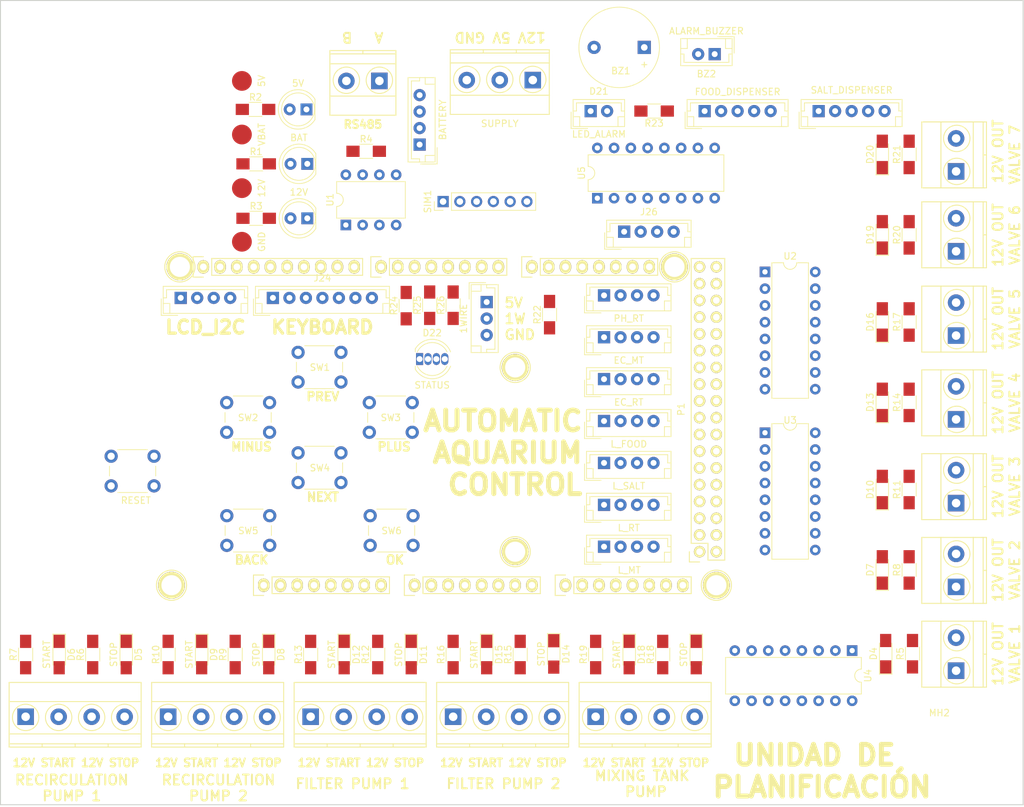
<source format=kicad_pcb>
(kicad_pcb (version 20171130) (host pcbnew "(5.0.0)")
  (title_block (date "mar. 31 mars 2015"))
  (layers (0 F.Cu signal) (31 B.Cu signal) (34 B.Paste user) (35 F.Paste user) (36 B.SilkS user) (37 F.SilkS user) (38 B.Mask user) (39 F.Mask user) (44 Edge.Cuts user))
  (net 0 "")
  (net 1 GND)
  (net 2 "/52(SCK)")
  (net 3 "/53(SS)")
  (net 4 "/50(MISO)")
  (net 5 "/51(MOSI)")
  (net 6 /48)
  (net 7 /49)
  (net 8 /46)
  (net 9 /47)
  (net 10 /44)
  (net 11 /45)
  (net 12 /42)
  (net 13 /43)
  (net 14 /40)
  (net 15 /41)
  (net 16 /38)
  (net 17 /39)
  (net 18 /36)
  (net 19 /37)
  (net 20 /34)
  (net 21 /35)
  (net 22 /32)
  (net 23 /33)
  (net 24 /30)
  (net 25 /31)
  (net 26 /28)
  (net 27 /29)
  (net 28 /26)
  (net 29 /27)
  (net 30 /24)
  (net 31 /25)
  (net 32 /22)
  (net 33 /23)
  (net 34 +5V)
  (net 35 /IOREF)
  (net 36 /Reset)
  (net 37 /Vin)
  (net 38 /A0)
  (net 39 /A1)
  (net 40 /A2)
  (net 41 /A3)
  (net 42 /A4)
  (net 43 /A5)
  (net 44 /A6)
  (net 45 /A7)
  (net 46 /A8)
  (net 47 /A9)
  (net 48 /A10)
  (net 49 /A11)
  (net 50 /A12)
  (net 51 /A13)
  (net 52 /A14)
  (net 53 /A15)
  (net 54 /SCL)
  (net 55 /SDA)
  (net 56 /AREF)
  (net 57 "/13(**)")
  (net 58 "/12(**)")
  (net 59 "/11(**)")
  (net 60 "/10(**)")
  (net 61 "/9(**)")
  (net 62 "/8(**)")
  (net 63 "/7(**)")
  (net 64 "/6(**)")
  (net 65 "/5(**)")
  (net 66 "/4(**)")
  (net 67 "/3(**)")
  (net 68 "/2(**)")
  (net 69 "/20(SDA)")
  (net 70 "/21(SCL)")
  (net 71 "Net-(P8-Pad1)")
  (net 72 "Net-(P9-Pad1)")
  (net 73 "Net-(P10-Pad1)")
  (net 74 "Net-(P11-Pad1)")
  (net 75 "Net-(P12-Pad1)")
  (net 76 "Net-(P13-Pad1)")
  (net 77 "Net-(P2-Pad1)")
  (net 78 +3V3)
  (net 79 "/1(Tx0)")
  (net 80 "/0(Rx0)")
  (net 81 "/14(Tx3)")
  (net 82 "/15(Rx3)")
  (net 83 "/16(Tx2)")
  (net 84 "/17(Rx2)")
  (net 85 "/18(Tx1)")
  (net 86 "/19(Rx1)")
  (net 87 "Net-(SIM1-Pad1)")
  (net 88 +BATT)
  (net 89 "Net-(SIM1-Pad3)")
  (net 90 +12V)
  (net 91 "Net-(D16-Pad2)")
  (net 92 "Net-(D13-Pad2)")
  (net 93 "Net-(D14-Pad2)")
  (net 94 "Net-(D15-Pad2)")
  (net 95 "Net-(D17-Pad2)")
  (net 96 "Net-(D18-Pad2)")
  (net 97 "Net-(D9-Pad2)")
  (net 98 "Net-(D19-Pad2)")
  (net 99 "Net-(D20-Pad2)")
  (net 100 "Net-(D12-Pad2)")
  (net 101 "Net-(D3-Pad2)")
  (net 102 "Net-(D1-Pad2)")
  (net 103 "Net-(D4-Pad2)")
  (net 104 "Net-(D2-Pad2)")
  (net 105 "Net-(D11-Pad2)")
  (net 106 /B)
  (net 107 /A)
  (net 108 "Net-(D5-Pad2)")
  (net 109 "Net-(D6-Pad2)")
  (net 110 "Net-(D7-Pad2)")
  (net 111 "Net-(D8-Pad2)")
  (net 112 "Net-(D10-Pad2)")
  (net 113 /485MODE)
  (net 114 "Net-(U4-Pad1)")
  (net 115 "Net-(U4-Pad2)")
  (net 116 /B6)
  (net 117 /B7)
  (net 118 /B8)
  (net 119 /PUMPS/STR3)
  (net 120 /PUMPS/STP_P3)
  (net 121 /PUMPS/STR5)
  (net 122 /PUMPS/STP_P5)
  (net 123 /PUMPS/STR4)
  (net 124 /PUMPS/STP_P4)
  (net 125 /PUMPS/STP_P2)
  (net 126 /PUMPS/VAL2)
  (net 127 /PUMPS/STR1)
  (net 128 /PUMPS/STP_P1)
  (net 129 /PUMPS/VAL1)
  (net 130 /PUMPS/STR2)
  (net 131 /B9)
  (net 132 "Net-(D21-Pad2)")
  (net 133 /VAL4)
  (net 134 /VAL7)
  (net 135 /VAL6)
  (net 136 /VAL5)
  (net 137 /VAL3)
  (net 138 "Net-(D22-Pad2)")
  (net 139 "Net-(D22-Pad3)")
  (net 140 "Net-(D22-Pad4)")
  (net 141 /BZ)
  (net 142 "Net-(U4-Pad15)")
  (net 143 "Net-(U4-Pad16)")
  (net 144 /MB4)
  (net 145 /MB3)
  (net 146 /MB2)
  (net 147 /MB1)
  (module Connectors_JST:JST_EH_B02B-EH-A_02x2.50mm_Straight (layer F.Cu) (at 199.644 38.608 180)
    (fp_text reference BZ2 (at 1.25 -3 180) (layer F.SilkS))
    (fp_text value ALARM_BUZZER (at 1.25 3.5 180) (layer F.SilkS))
    (pad 1 thru_hole rect (at 0 0 180) (size 1.85 1.85) (drill 0.9) (layers *.Cu *.Mask) (net 90 +12V))
    (pad 2 thru_hole circle (at 2.5 0 180) (size 1.85 1.85) (drill 0.9) (layers *.Cu *.Mask) (net 141 /BZ))
  )
  (module LEDs:LED_D5.0mm-4 (layer F.Cu) (at 154.94 84.836)
    (fp_text reference D22 (at 1.905 -3.96) (layer F.SilkS))
    (fp_text value STATUS (at 1.905 3.96) (layer F.SilkS))
    (pad 1 thru_hole rect (at 0 0) (size 1.07 1.8) (drill 0.9) (layers *.Cu *.Mask) (net 34 +5V))
    (pad 2 thru_hole oval (at 1.27 0) (size 1.07 1.8) (drill 0.9) (layers *.Cu *.Mask) (net 138 "Net-(D22-Pad2)"))
    (pad 3 thru_hole oval (at 2.54 0) (size 1.07 1.8) (drill 0.9) (layers *.Cu *.Mask) (net 139 "Net-(D22-Pad3)"))
    (pad 4 thru_hole oval (at 3.81 0) (size 1.07 1.8) (drill 0.9) (layers *.Cu *.Mask) (net 140 "Net-(D22-Pad4)"))
  )
  (module Resistors_SMD:R_1206_HandSoldering (layer F.Cu) (at 160.02 76.676 90)
    (fp_text reference R26 (at 0 -1.85 90) (layer F.SilkS))
    (fp_text value 330Ω)
    (pad 1 smd rect (at -2 0 90) (size 2 1.7) (layers F.Cu F.Paste F.Mask) (net 140 "Net-(D22-Pad4)"))
    (pad 2 smd rect (at 2 0 90) (size 2 1.7) (layers F.Cu F.Paste F.Mask) (net 65 "/5(**)"))
  )
  (module Resistors_SMD:R_1206_HandSoldering (layer F.Cu) (at 156.464 76.676 90)
    (fp_text reference R25 (at 0 -1.85 90) (layer F.SilkS))
    (fp_text value 330Ω)
    (pad 2 smd rect (at 2 0 90) (size 2 1.7) (layers F.Cu F.Paste F.Mask) (net 64 "/6(**)"))
    (pad 1 smd rect (at -2 0 90) (size 2 1.7) (layers F.Cu F.Paste F.Mask) (net 139 "Net-(D22-Pad3)"))
  )
  (module Resistors_SMD:R_1206_HandSoldering (layer F.Cu) (at 152.908 76.74 90)
    (fp_text reference R24 (at 0 -1.85 90) (layer F.SilkS))
    (fp_text value 330Ω)
    (pad 1 smd rect (at -2 0 90) (size 2 1.7) (layers F.Cu F.Paste F.Mask) (net 138 "Net-(D22-Pad2)"))
    (pad 2 smd rect (at 2 0 90) (size 2 1.7) (layers F.Cu F.Paste F.Mask) (net 63 "/7(**)"))
  )
  (module Connectors_JST:JST_EH_B04B-EH-A_04x2.50mm_Straight (layer F.Cu) (at 185.928 65.532)
    (fp_text reference J26 (at 3.75 -3) (layer F.SilkS))
    (fp_text value RTC)
    (pad 1 thru_hole rect (at 0 0) (size 1.85 1.85) (drill 0.9) (layers *.Cu *.Mask) (net 1 GND))
    (pad 2 thru_hole circle (at 2.5 0) (size 1.85 1.85) (drill 0.9) (layers *.Cu *.Mask) (net 69 "/20(SDA)"))
    (pad 3 thru_hole circle (at 5 0) (size 1.85 1.85) (drill 0.9) (layers *.Cu *.Mask) (net 70 "/21(SCL)"))
    (pad 4 thru_hole circle (at 7.5 0) (size 1.85 1.85) (drill 0.9) (layers *.Cu *.Mask) (net 34 +5V))
  )
  (module Connectors_Terminal_Blocks:TerminalBlock_Pheonix_MKDS1.5-2pol (layer F.Cu) (at 236.22 93.98 90)
    (fp_text reference J20 hide)
    (fp_text value VALVE)
    (pad 1 thru_hole rect (at 0 0 90) (size 2.5 2.5) (drill 1.3) (layers *.Cu *.Mask) (net 90 +12V))
    (pad 2 thru_hole circle (at 5 0 90) (size 2.5 2.5) (drill 1.3) (layers *.Cu *.Mask) (net 133 /VAL4))
  )
  (module Connectors_Terminal_Blocks:TerminalBlock_Pheonix_MKDS1.5-2pol (layer F.Cu) (at 236.22 106.68 90)
    (fp_text reference J19 hide)
    (fp_text value VALVE)
    (pad 2 thru_hole circle (at 5 0 90) (size 2.5 2.5) (drill 1.3) (layers *.Cu *.Mask) (net 137 /VAL3))
    (pad 1 thru_hole rect (at 0 0 90) (size 2.5 2.5) (drill 1.3) (layers *.Cu *.Mask) (net 90 +12V))
  )
  (module Connectors_Terminal_Blocks:TerminalBlock_Pheonix_MKDS1.5-2pol (layer F.Cu) (at 236.22 132.08 90)
    (fp_text reference J13 hide)
    (fp_text value VALVE)
    (pad 1 thru_hole rect (at 0 0 90) (size 2.5 2.5) (drill 1.3) (layers *.Cu *.Mask) (net 90 +12V))
    (pad 2 thru_hole circle (at 5 0 90) (size 2.5 2.5) (drill 1.3) (layers *.Cu *.Mask) (net 129 /PUMPS/VAL1))
  )
  (module Connectors_Terminal_Blocks:TerminalBlock_Pheonix_MKDS1.5-2pol (layer F.Cu) (at 236.22 68.5 90)
    (fp_text reference J22 hide)
    (fp_text value VALVE)
    (pad 2 thru_hole circle (at 5 0 90) (size 2.5 2.5) (drill 1.3) (layers *.Cu *.Mask) (net 135 /VAL6))
    (pad 1 thru_hole rect (at 0 0 90) (size 2.5 2.5) (drill 1.3) (layers *.Cu *.Mask) (net 90 +12V))
  )
  (module Connectors_Terminal_Blocks:TerminalBlock_Pheonix_MKDS1.5-2pol (layer F.Cu) (at 236.22 119.38 90)
    (fp_text reference J18 hide)
    (fp_text value VALVE)
    (pad 1 thru_hole rect (at 0 0 90) (size 2.5 2.5) (drill 1.3) (layers *.Cu *.Mask) (net 90 +12V))
    (pad 2 thru_hole circle (at 5 0 90) (size 2.5 2.5) (drill 1.3) (layers *.Cu *.Mask) (net 126 /PUMPS/VAL2))
  )
  (module Connectors_Terminal_Blocks:TerminalBlock_Pheonix_MKDS1.5-2pol (layer F.Cu) (at 236.22 81.28 90)
    (fp_text reference J21 hide)
    (fp_text value VALVE)
    (pad 2 thru_hole circle (at 5 0 90) (size 2.5 2.5) (drill 1.3) (layers *.Cu *.Mask) (net 136 /VAL5))
    (pad 1 thru_hole rect (at 0 0 90) (size 2.5 2.5) (drill 1.3) (layers *.Cu *.Mask) (net 90 +12V))
  )
  (module Connectors_Terminal_Blocks:TerminalBlock_Pheonix_MKDS1.5-2pol (layer F.Cu) (at 236.22 56.388 90)
    (fp_text reference J23 hide)
    (fp_text value VALVE)
    (pad 1 thru_hole rect (at 0 0 90) (size 2.5 2.5) (drill 1.3) (layers *.Cu *.Mask) (net 90 +12V))
    (pad 2 thru_hole circle (at 5 0 90) (size 2.5 2.5) (drill 1.3) (layers *.Cu *.Mask) (net 134 /VAL7))
  )
  (module Buzzers_Beepers:Buzzer_12x9.5RM7.6 (layer F.Cu) (at 188.976 37.592 180)
    (fp_text reference BZ1 (at 3.556 -3.556 180) (layer F.SilkS))
    (fp_text value Buzzer)
    (fp_text user + (at -0.01 -2.54 180) (layer F.SilkS))
    (pad 1 thru_hole rect (at 0 0 180) (size 2 2) (drill 1) (layers *.Cu *.Mask) (net 90 +12V))
    (pad 2 thru_hole circle (at 7.6 0 180) (size 2 2) (drill 1) (layers *.Cu *.Mask) (net 141 /BZ))
  )
  (module Connectors_JST:JST_EH_B02B-EH-A_02x2.50mm_Straight (layer F.Cu) (at 180.848 47.244)
    (fp_text reference D21 (at 1.25 -3) (layer F.SilkS))
    (fp_text value LED_ALARM (at 1.25 3.5) (layer F.SilkS))
    (pad 1 thru_hole rect (at 0 0) (size 1.85 1.85) (drill 0.9) (layers *.Cu *.Mask) (net 141 /BZ))
    (pad 2 thru_hole circle (at 2.5 0) (size 1.85 1.85) (drill 0.9) (layers *.Cu *.Mask) (net 132 "Net-(D21-Pad2)"))
  )
  (module Connectors_Terminal_Blocks:TerminalBlock_Pheonix_MKDS1.5-4pol (layer F.Cu) (at 95.25 139.065)
    (fp_text reference J12 hide)
    (fp_text value "PUMP 1")
    (pad 4 thru_hole circle (at 15 0) (size 2.5 2.5) (drill 1.3) (layers *.Cu *.Mask) (net 128 /PUMPS/STP_P1))
    (pad 3 thru_hole circle (at 10 0) (size 2.5 2.5) (drill 1.3) (layers *.Cu *.Mask) (net 90 +12V))
    (pad 1 thru_hole rect (at 0 0) (size 2.5 2.5) (drill 1.3) (layers *.Cu *.Mask) (net 90 +12V))
    (pad 2 thru_hole circle (at 5 0) (size 2.5 2.5) (drill 1.3) (layers *.Cu *.Mask) (net 127 /PUMPS/STR1))
  )
  (module Connectors_Terminal_Blocks:TerminalBlock_Pheonix_MKDS1.5-4pol (layer F.Cu) (at 116.84 139.065)
    (fp_text reference J14 hide)
    (fp_text value "PUMP 2")
    (pad 2 thru_hole circle (at 5 0) (size 2.5 2.5) (drill 1.3) (layers *.Cu *.Mask) (net 130 /PUMPS/STR2))
    (pad 1 thru_hole rect (at 0 0) (size 2.5 2.5) (drill 1.3) (layers *.Cu *.Mask) (net 90 +12V))
    (pad 3 thru_hole circle (at 10 0) (size 2.5 2.5) (drill 1.3) (layers *.Cu *.Mask) (net 90 +12V))
    (pad 4 thru_hole circle (at 15 0) (size 2.5 2.5) (drill 1.3) (layers *.Cu *.Mask) (net 125 /PUMPS/STP_P2))
  )
  (module Connectors_Terminal_Blocks:TerminalBlock_Pheonix_MKDS1.5-4pol (layer F.Cu) (at 138.43 139.065)
    (fp_text reference J15 hide)
    (fp_text value "PUMP 3")
    (pad 4 thru_hole circle (at 15 0) (size 2.5 2.5) (drill 1.3) (layers *.Cu *.Mask) (net 120 /PUMPS/STP_P3))
    (pad 3 thru_hole circle (at 10 0) (size 2.5 2.5) (drill 1.3) (layers *.Cu *.Mask) (net 90 +12V))
    (pad 1 thru_hole rect (at 0 0) (size 2.5 2.5) (drill 1.3) (layers *.Cu *.Mask) (net 90 +12V))
    (pad 2 thru_hole circle (at 5 0) (size 2.5 2.5) (drill 1.3) (layers *.Cu *.Mask) (net 119 /PUMPS/STR3))
  )
  (module Connectors_Terminal_Blocks:TerminalBlock_Pheonix_MKDS1.5-4pol (layer F.Cu) (at 160.02 139.065)
    (fp_text reference J16 hide)
    (fp_text value "PUMP 4")
    (pad 2 thru_hole circle (at 5 0) (size 2.5 2.5) (drill 1.3) (layers *.Cu *.Mask) (net 123 /PUMPS/STR4))
    (pad 1 thru_hole rect (at 0 0) (size 2.5 2.5) (drill 1.3) (layers *.Cu *.Mask) (net 90 +12V))
    (pad 3 thru_hole circle (at 10 0) (size 2.5 2.5) (drill 1.3) (layers *.Cu *.Mask) (net 90 +12V))
    (pad 4 thru_hole circle (at 15 0) (size 2.5 2.5) (drill 1.3) (layers *.Cu *.Mask) (net 124 /PUMPS/STP_P4))
  )
  (module Connectors_Terminal_Blocks:TerminalBlock_Pheonix_MKDS1.5-4pol (layer F.Cu) (at 181.61 139.065)
    (fp_text reference J17 hide)
    (fp_text value "PUMP 5")
    (pad 4 thru_hole circle (at 15 0) (size 2.5 2.5) (drill 1.3) (layers *.Cu *.Mask) (net 122 /PUMPS/STP_P5))
    (pad 3 thru_hole circle (at 10 0) (size 2.5 2.5) (drill 1.3) (layers *.Cu *.Mask) (net 90 +12V))
    (pad 1 thru_hole rect (at 0 0) (size 2.5 2.5) (drill 1.3) (layers *.Cu *.Mask) (net 90 +12V))
    (pad 2 thru_hole circle (at 5 0) (size 2.5 2.5) (drill 1.3) (layers *.Cu *.Mask) (net 121 /PUMPS/STR5))
  )
  (module Resistors_SMD:R_1206_HandSoldering (layer F.Cu) (at 190.468 47.244 180)
    (fp_text reference R23 (at 0 -1.85 180) (layer F.SilkS))
    (fp_text value 1KΩ)
    (pad 1 smd rect (at -2 0 180) (size 2 1.7) (layers F.Cu F.Paste F.Mask) (net 90 +12V))
    (pad 2 smd rect (at 2 0 180) (size 2 1.7) (layers F.Cu F.Paste F.Mask) (net 132 "Net-(D21-Pad2)"))
  )
  (module Buttons_Switches_THT:SW_PUSH_6mm (layer F.Cu) (at 108.204 99.568)
    (fp_text reference SW8 hide)
    (fp_text value RESET (at 3.75 6.7) (layer F.SilkS))
    (pad 2 thru_hole circle (at 0 4.5 90) (size 2 2) (drill 1.1) (layers *.Cu *.Mask) (net 36 /Reset))
    (pad 1 thru_hole circle (at 0 0 90) (size 2 2) (drill 1.1) (layers *.Cu *.Mask) (net 1 GND))
    (pad 2 thru_hole circle (at 6.5 4.5 90) (size 2 2) (drill 1.1) (layers *.Cu *.Mask) (net 36 /Reset))
    (pad 1 thru_hole circle (at 6.5 0 90) (size 2 2) (drill 1.1) (layers *.Cu *.Mask) (net 1 GND))
  )
  (module Measurement_Points:Measurement_Point_Round-SMD-Pad_Big (layer F.Cu) (at 128.016 67.056 90)
    (fp_text reference MH7 hide)
    (fp_text value GND (at 0 3 90) (layer F.SilkS))
    (pad 1 smd circle (at 0 0 90) (size 3 3) (layers F.Cu F.Mask) (net 1 GND))
  )
  (module Connectors_JST:JST_EH_B03B-EH-A_03x2.50mm_Straight (layer F.Cu) (at 165.1 76.2 270)
    (fp_text reference J25 hide)
    (fp_text value 1WIRE (at 2.5 3.5 270) (layer F.SilkS))
    (pad 1 thru_hole rect (at 0 0 270) (size 1.85 1.85) (drill 0.9) (layers *.Cu *.Mask) (net 34 +5V))
    (pad 2 thru_hole circle (at 2.5 0 270) (size 1.85 1.85) (drill 0.9) (layers *.Cu *.Mask) (net 32 /22))
    (pad 3 thru_hole circle (at 5 0 270) (size 1.85 1.85) (drill 0.9) (layers *.Cu *.Mask) (net 1 GND))
  )
  (module Connectors_JST:JST_EH_B07B-EH-A_07x2.50mm_Straight (layer F.Cu) (at 132.715 75.565)
    (fp_text reference J24 (at 7.5 -3) (layer F.SilkS))
    (fp_text value KEYBOARD (at 7.5 4.445) (layer F.SilkS) (effects (font (size 2 2) (thickness 0.5))))
    (pad 1 thru_hole rect (at 0 0) (size 1.85 1.85) (drill 0.9) (layers *.Cu *.Mask) (net 57 "/13(**)"))
    (pad 2 thru_hole circle (at 2.5 0) (size 1.85 1.85) (drill 0.9) (layers *.Cu *.Mask) (net 58 "/12(**)"))
    (pad 3 thru_hole circle (at 5 0) (size 1.85 1.85) (drill 0.9) (layers *.Cu *.Mask) (net 59 "/11(**)"))
    (pad 4 thru_hole circle (at 7.5 0) (size 1.85 1.85) (drill 0.9) (layers *.Cu *.Mask) (net 60 "/10(**)"))
    (pad 5 thru_hole circle (at 10 0) (size 1.85 1.85) (drill 0.9) (layers *.Cu *.Mask) (net 61 "/9(**)"))
    (pad 6 thru_hole circle (at 12.5 0) (size 1.85 1.85) (drill 0.9) (layers *.Cu *.Mask) (net 62 "/8(**)"))
    (pad 7 thru_hole circle (at 15 0) (size 1.85 1.85) (drill 0.9) (layers *.Cu *.Mask) (net 1 GND))
  )
  (module Housings_DIP:DIP-16_W7.62mm (layer F.Cu) (at 181.864 60.452 90)
    (fp_text reference U5 (at 3.81 -2.39 90) (layer F.SilkS))
    (fp_text value ULN2003)
    (pad 1 thru_hole rect (at 0 0 90) (size 1.6 1.6) (drill 0.8) (layers *.Cu *.Mask) (net 67 "/3(**)"))
    (pad 9 thru_hole oval (at 7.62 17.78 90) (size 1.6 1.6) (drill 0.8) (layers *.Cu *.Mask) (net 90 +12V))
    (pad 2 thru_hole oval (at 0 2.54 90) (size 1.6 1.6) (drill 0.8) (layers *.Cu *.Mask) (net 85 "/18(Tx1)"))
    (pad 10 thru_hole oval (at 7.62 15.24 90) (size 1.6 1.6) (drill 0.8) (layers *.Cu *.Mask) (net 117 /B7))
    (pad 3 thru_hole oval (at 0 5.08 90) (size 1.6 1.6) (drill 0.8) (layers *.Cu *.Mask) (net 86 "/19(Rx1)"))
    (pad 11 thru_hole oval (at 7.62 12.7 90) (size 1.6 1.6) (drill 0.8) (layers *.Cu *.Mask) (net 116 /B6))
    (pad 4 thru_hole oval (at 0 7.62 90) (size 1.6 1.6) (drill 0.8) (layers *.Cu *.Mask) (net 33 /23))
    (pad 12 thru_hole oval (at 7.62 10.16 90) (size 1.6 1.6) (drill 0.8) (layers *.Cu *.Mask) (net 144 /MB4))
    (pad 5 thru_hole oval (at 0 10.16 90) (size 1.6 1.6) (drill 0.8) (layers *.Cu *.Mask) (net 31 /25))
    (pad 13 thru_hole oval (at 7.62 7.62 90) (size 1.6 1.6) (drill 0.8) (layers *.Cu *.Mask) (net 145 /MB3))
    (pad 6 thru_hole oval (at 0 12.7 90) (size 1.6 1.6) (drill 0.8) (layers *.Cu *.Mask) (net 29 /27))
    (pad 14 thru_hole oval (at 7.62 5.08 90) (size 1.6 1.6) (drill 0.8) (layers *.Cu *.Mask) (net 146 /MB2))
    (pad 7 thru_hole oval (at 0 15.24 90) (size 1.6 1.6) (drill 0.8) (layers *.Cu *.Mask) (net 27 /29))
    (pad 15 thru_hole oval (at 7.62 2.54 90) (size 1.6 1.6) (drill 0.8) (layers *.Cu *.Mask) (net 147 /MB1))
    (pad 8 thru_hole oval (at 0 17.78 90) (size 1.6 1.6) (drill 0.8) (layers *.Cu *.Mask) (net 1 GND))
    (pad 16 thru_hole oval (at 7.62 0 90) (size 1.6 1.6) (drill 0.8) (layers *.Cu *.Mask) (net 141 /BZ))
  )
  (module Measurement_Points:Measurement_Point_Round-SMD-Pad_Big (layer F.Cu) (at 128.016 58.928 90)
    (fp_text reference MH6 hide)
    (fp_text value 12V (at 0 3 90) (layer F.SilkS))
    (pad 1 smd circle (at 0 0 90) (size 3 3) (layers F.Cu F.Mask) (net 90 +12V))
  )
  (module Measurement_Points:Measurement_Point_Round-SMD-Pad_Big (layer F.Cu) (at 128.016 42.672 90)
    (fp_text reference MH5 hide)
    (fp_text value 5V (at 0 3 90) (layer F.SilkS))
    (pad 1 smd circle (at 0 0 90) (size 3 3) (layers F.Cu F.Mask) (net 34 +5V))
  )
  (module Measurement_Points:Measurement_Point_Round-SMD-Pad_Big (layer F.Cu) (at 128.016 50.8 90)
    (fp_text reference MH4 hide)
    (fp_text value VBAT (at 0 3 90) (layer F.SilkS))
    (pad 1 smd circle (at 0 0 90) (size 3 3) (layers F.Cu F.Mask) (net 88 +BATT))
  )
  (module Resistors_SMD:R_1206_HandSoldering (layer F.Cu) (at 174.625 78.105 90)
    (fp_text reference R22 (at 0 -1.85 90) (layer F.SilkS))
    (fp_text value 4.7KΩ)
    (pad 1 smd rect (at -2 0 90) (size 2 1.7) (layers F.Cu F.Paste F.Mask) (net 32 /22))
    (pad 2 smd rect (at 2 0 90) (size 2 1.7) (layers F.Cu F.Paste F.Mask) (net 34 +5V))
  )
  (module Mounting_Holes:MountingHole_5.3mm_M5 (layer F.Cu) (at 233.68 40.64)
    (fp_text reference MH3 hide)
    (fp_text value MountingHole)
    (pad 1 np_thru_hole circle (at 0 0) (size 5.3 5.3) (drill 5.3) (layers *.Cu *.Mask))
  )
  (module Mounting_Holes:MountingHole_5.3mm_M5 (layer F.Cu) (at 233.68 144.78)
    (fp_text reference MH2 (at 0 -6.3) (layer F.SilkS))
    (fp_text value MountingHole)
    (pad 1 np_thru_hole circle (at 0 0) (size 5.3 5.3) (drill 5.3) (layers *.Cu *.Mask))
  )
  (module Mounting_Holes:MountingHole_5.3mm_M5 (layer F.Cu) (at 109.22 40.64)
    (fp_text reference MH1 hide)
    (fp_text value MountingHole)
    (pad 1 np_thru_hole circle (at 0 0) (size 5.3 5.3) (drill 5.3) (layers *.Cu *.Mask))
  )
  (module Socket_Strips:Socket_Strip_Straight_1x06_Pitch2.54mm (layer F.Cu) (at 158.496 60.96 90)
    (fp_text reference SIM1 (at 0 -2.33 90) (layer F.SilkS))
    (fp_text value SIM800L)
    (pad 1 thru_hole rect (at 0 0 90) (size 1.7 1.7) (drill 1) (layers *.Cu *.Mask) (net 87 "Net-(SIM1-Pad1)"))
    (pad 2 thru_hole oval (at 0 2.54 90) (size 1.7 1.7) (drill 1) (layers *.Cu *.Mask) (net 88 +BATT))
    (pad 3 thru_hole oval (at 0 5.08 90) (size 1.7 1.7) (drill 1) (layers *.Cu *.Mask) (net 89 "Net-(SIM1-Pad3)"))
    (pad 4 thru_hole oval (at 0 7.62 90) (size 1.7 1.7) (drill 1) (layers *.Cu *.Mask) (net 83 "/16(Tx2)"))
    (pad 5 thru_hole oval (at 0 10.16 90) (size 1.7 1.7) (drill 1) (layers *.Cu *.Mask) (net 84 "/17(Rx2)"))
    (pad 6 thru_hole oval (at 0 12.7 90) (size 1.7 1.7) (drill 1) (layers *.Cu *.Mask) (net 1 GND))
  )
  (module LEDs:LED_1206_HandSoldering (layer F.Cu) (at 225.044 53.816 90)
    (fp_text reference D20 (at 0 -1.85 90) (layer F.SilkS))
    (fp_text value "VALVE 7" hide)
    (pad 1 smd rect (at -2 0 90) (size 2 1.7) (layers F.Cu F.Paste F.Mask) (net 134 /VAL7))
    (pad 2 smd rect (at 2 0 90) (size 2 1.7) (layers F.Cu F.Paste F.Mask) (net 99 "Net-(D20-Pad2)"))
  )
  (module Resistors_SMD:R_1206_HandSoldering (layer F.Cu) (at 229.108 53.816 90)
    (fp_text reference R21 (at 0 -1.85 90) (layer F.SilkS))
    (fp_text value 1KΩ)
    (pad 1 smd rect (at -2 0 90) (size 2 1.7) (layers F.Cu F.Paste F.Mask) (net 90 +12V))
    (pad 2 smd rect (at 2 0 90) (size 2 1.7) (layers F.Cu F.Paste F.Mask) (net 99 "Net-(D20-Pad2)"))
  )
  (module LEDs:LED_1206_HandSoldering (layer F.Cu) (at 143.51 129.635 270)
    (fp_text reference D12 (at 0 -1.85 270) (layer F.SilkS))
    (fp_text value START (at 0 1.9 270) (layer F.SilkS))
    (pad 2 smd rect (at 2 0 270) (size 2 1.7) (layers F.Cu F.Paste F.Mask) (net 100 "Net-(D12-Pad2)"))
    (pad 1 smd rect (at -2 0 270) (size 2 1.7) (layers F.Cu F.Paste F.Mask) (net 119 /PUMPS/STR3))
  )
  (module LEDs:LED_1206_HandSoldering (layer F.Cu) (at 225.044 104.616 90)
    (fp_text reference D10 (at 0 -1.85 90) (layer F.SilkS))
    (fp_text value "VALVE 3" hide)
    (pad 1 smd rect (at -2 0 90) (size 2 1.7) (layers F.Cu F.Paste F.Mask) (net 137 /VAL3))
    (pad 2 smd rect (at 2 0 90) (size 2 1.7) (layers F.Cu F.Paste F.Mask) (net 112 "Net-(D10-Pad2)"))
  )
  (module LEDs:LED_1206_HandSoldering (layer F.Cu) (at 132.08 129.635 270)
    (fp_text reference D8 (at 0 -1.85 270) (layer F.SilkS))
    (fp_text value STOP (at 0 1.9 270) (layer F.SilkS))
    (pad 2 smd rect (at 2 0 270) (size 2 1.7) (layers F.Cu F.Paste F.Mask) (net 111 "Net-(D8-Pad2)"))
    (pad 1 smd rect (at -2 0 270) (size 2 1.7) (layers F.Cu F.Paste F.Mask) (net 125 /PUMPS/STP_P2))
  )
  (module LEDs:LED_1206_HandSoldering (layer F.Cu) (at 100.33 129.635 270)
    (fp_text reference D6 (at 0 -1.85 270) (layer F.SilkS))
    (fp_text value START (at 0 1.9 270) (layer F.SilkS))
    (pad 1 smd rect (at -2 0 270) (size 2 1.7) (layers F.Cu F.Paste F.Mask) (net 127 /PUMPS/STR1))
    (pad 2 smd rect (at 2 0 270) (size 2 1.7) (layers F.Cu F.Paste F.Mask) (net 109 "Net-(D6-Pad2)"))
  )
  (module LEDs:LED_1206_HandSoldering (layer F.Cu) (at 110.49 129.635 270)
    (fp_text reference D5 (at 0 -1.85 270) (layer F.SilkS))
    (fp_text value STOP (at 0 1.9 270) (layer F.SilkS))
    (pad 2 smd rect (at 2 0 270) (size 2 1.7) (layers F.Cu F.Paste F.Mask) (net 108 "Net-(D5-Pad2)"))
    (pad 1 smd rect (at -2 0 270) (size 2 1.7) (layers F.Cu F.Paste F.Mask) (net 128 /PUMPS/STP_P1))
  )
  (module LEDs:LED_1206_HandSoldering (layer F.Cu) (at 225.552 129.508 90)
    (fp_text reference D4 (at 0 -1.85 90) (layer F.SilkS))
    (fp_text value "VALVE 1" hide)
    (pad 1 smd rect (at -2 0 90) (size 2 1.7) (layers F.Cu F.Paste F.Mask) (net 129 /PUMPS/VAL1))
    (pad 2 smd rect (at 2 0 90) (size 2 1.7) (layers F.Cu F.Paste F.Mask) (net 103 "Net-(D4-Pad2)"))
  )
  (module LEDs:LED_1206_HandSoldering (layer F.Cu) (at 225.044 116.808 90)
    (fp_text reference D7 (at 0 -1.85 90) (layer F.SilkS))
    (fp_text value "VALVE 2" hide)
    (pad 2 smd rect (at 2 0 90) (size 2 1.7) (layers F.Cu F.Paste F.Mask) (net 110 "Net-(D7-Pad2)"))
    (pad 1 smd rect (at -2 0 90) (size 2 1.7) (layers F.Cu F.Paste F.Mask) (net 126 /PUMPS/VAL2))
  )
  (module LEDs:LED_1206_HandSoldering (layer F.Cu) (at 153.67 129.635 270)
    (fp_text reference D11 (at 0 -1.85 270) (layer F.SilkS))
    (fp_text value STOP (at 0 1.9 270) (layer F.SilkS))
    (pad 1 smd rect (at -2 0 270) (size 2 1.7) (layers F.Cu F.Paste F.Mask) (net 120 /PUMPS/STP_P3))
    (pad 2 smd rect (at 2 0 270) (size 2 1.7) (layers F.Cu F.Paste F.Mask) (net 105 "Net-(D11-Pad2)"))
  )
  (module LEDs:LED_1206_HandSoldering (layer F.Cu) (at 175.26 129.54 270)
    (fp_text reference D14 (at 0 -1.85 270) (layer F.SilkS))
    (fp_text value STOP (at 0 1.9 270) (layer F.SilkS))
    (pad 2 smd rect (at 2 0 270) (size 2 1.7) (layers F.Cu F.Paste F.Mask) (net 93 "Net-(D14-Pad2)"))
    (pad 1 smd rect (at -2 0 270) (size 2 1.7) (layers F.Cu F.Paste F.Mask) (net 124 /PUMPS/STP_P4))
  )
  (module LEDs:LED_1206_HandSoldering (layer F.Cu) (at 121.92 129.635 270)
    (fp_text reference D9 (at 0 -1.85 270) (layer F.SilkS))
    (fp_text value START (at 0 1.9 270) (layer F.SilkS))
    (pad 1 smd rect (at -2 0 270) (size 2 1.7) (layers F.Cu F.Paste F.Mask) (net 130 /PUMPS/STR2))
    (pad 2 smd rect (at 2 0 270) (size 2 1.7) (layers F.Cu F.Paste F.Mask) (net 97 "Net-(D9-Pad2)"))
  )
  (module LEDs:LED_1206_HandSoldering (layer F.Cu) (at 186.69 129.635 270)
    (fp_text reference D18 (at 0 -1.85 270) (layer F.SilkS))
    (fp_text value START (at 0 1.9 270) (layer F.SilkS))
    (pad 2 smd rect (at 2 0 270) (size 2 1.7) (layers F.Cu F.Paste F.Mask) (net 96 "Net-(D18-Pad2)"))
    (pad 1 smd rect (at -2 0 270) (size 2 1.7) (layers F.Cu F.Paste F.Mask) (net 121 /PUMPS/STR5))
  )
  (module LEDs:LED_1206_HandSoldering (layer F.Cu) (at 225.044 66.008 90)
    (fp_text reference D19 (at 0 -1.85 90) (layer F.SilkS))
    (fp_text value "VALVE 6" hide)
    (pad 1 smd rect (at -2 0 90) (size 2 1.7) (layers F.Cu F.Paste F.Mask) (net 135 /VAL6))
    (pad 2 smd rect (at 2 0 90) (size 2 1.7) (layers F.Cu F.Paste F.Mask) (net 98 "Net-(D19-Pad2)"))
  )
  (module LEDs:LED_1206_HandSoldering (layer F.Cu) (at 225.044 79.216 90)
    (fp_text reference D16 (at 0 -1.85 90) (layer F.SilkS))
    (fp_text value "VALVE 5" hide)
    (pad 2 smd rect (at 2 0 90) (size 2 1.7) (layers F.Cu F.Paste F.Mask) (net 91 "Net-(D16-Pad2)"))
    (pad 1 smd rect (at -2 0 90) (size 2 1.7) (layers F.Cu F.Paste F.Mask) (net 136 /VAL5))
  )
  (module LEDs:LED_1206_HandSoldering (layer F.Cu) (at 165.1 129.635 270)
    (fp_text reference D15 (at 0 -1.85 270) (layer F.SilkS))
    (fp_text value START (at 0 1.9 270) (layer F.SilkS))
    (pad 1 smd rect (at -2 0 270) (size 2 1.7) (layers F.Cu F.Paste F.Mask) (net 123 /PUMPS/STR4))
    (pad 2 smd rect (at 2 0 270) (size 2 1.7) (layers F.Cu F.Paste F.Mask) (net 94 "Net-(D15-Pad2)"))
  )
  (module LEDs:LED_1206_HandSoldering (layer F.Cu) (at 225.044 91.408 90)
    (fp_text reference D13 (at 0 -1.85 90) (layer F.SilkS))
    (fp_text value "VALVE 4" hide)
    (pad 2 smd rect (at 2 0 90) (size 2 1.7) (layers F.Cu F.Paste F.Mask) (net 92 "Net-(D13-Pad2)"))
    (pad 1 smd rect (at -2 0 90) (size 2 1.7) (layers F.Cu F.Paste F.Mask) (net 133 /VAL4))
  )
  (module LEDs:LED_1206_HandSoldering (layer F.Cu) (at 196.85 129.635 270)
    (fp_text reference D17 hide)
    (fp_text value STOP (at 0 1.9 270) (layer F.SilkS))
    (pad 1 smd rect (at -2 0 270) (size 2 1.7) (layers F.Cu F.Paste F.Mask) (net 122 /PUMPS/STP_P5))
    (pad 2 smd rect (at 2 0 270) (size 2 1.7) (layers F.Cu F.Paste F.Mask) (net 95 "Net-(D17-Pad2)"))
  )
  (module Buttons_Switches_THT:SW_PUSH_6mm (layer F.Cu) (at 136.525 83.82)
    (fp_text reference SW1 (at 3.302 2.286) (layer F.SilkS))
    (fp_text value PREV (at 3.75 6.7) (layer F.SilkS) (effects (font (size 1.3 1.3) (thickness 0.325))))
    (pad 1 thru_hole circle (at 6.5 0 90) (size 2 2) (drill 1.1) (layers *.Cu *.Mask) (net 1 GND))
    (pad 2 thru_hole circle (at 6.5 4.5 90) (size 2 2) (drill 1.1) (layers *.Cu *.Mask) (net 57 "/13(**)"))
    (pad 1 thru_hole circle (at 0 0 90) (size 2 2) (drill 1.1) (layers *.Cu *.Mask) (net 1 GND))
    (pad 2 thru_hole circle (at 0 4.5 90) (size 2 2) (drill 1.1) (layers *.Cu *.Mask) (net 57 "/13(**)"))
  )
  (module Buttons_Switches_THT:SW_PUSH_6mm (layer F.Cu) (at 147.447 108.585)
    (fp_text reference SW6 (at 3.25 2.286) (layer F.SilkS))
    (fp_text value OK (at 3.75 6.7) (layer F.SilkS) (effects (font (size 1.3 1.3) (thickness 0.325))))
    (pad 2 thru_hole circle (at 0 4.5 90) (size 2 2) (drill 1.1) (layers *.Cu *.Mask) (net 59 "/11(**)"))
    (pad 1 thru_hole circle (at 0 0 90) (size 2 2) (drill 1.1) (layers *.Cu *.Mask) (net 1 GND))
    (pad 2 thru_hole circle (at 6.5 4.5 90) (size 2 2) (drill 1.1) (layers *.Cu *.Mask) (net 59 "/11(**)"))
    (pad 1 thru_hole circle (at 6.5 0 90) (size 2 2) (drill 1.1) (layers *.Cu *.Mask) (net 1 GND))
  )
  (module Buttons_Switches_THT:SW_PUSH_6mm (layer F.Cu) (at 125.73 108.585)
    (fp_text reference SW5 (at 3.25 2.286) (layer F.SilkS))
    (fp_text value BACK (at 3.75 6.7) (layer F.SilkS) (effects (font (size 1.3 1.3) (thickness 0.325))))
    (pad 1 thru_hole circle (at 6.5 0 90) (size 2 2) (drill 1.1) (layers *.Cu *.Mask) (net 62 "/8(**)"))
    (pad 2 thru_hole circle (at 6.5 4.5 90) (size 2 2) (drill 1.1) (layers *.Cu *.Mask) (net 1 GND))
    (pad 1 thru_hole circle (at 0 0 90) (size 2 2) (drill 1.1) (layers *.Cu *.Mask) (net 62 "/8(**)"))
    (pad 2 thru_hole circle (at 0 4.5 90) (size 2 2) (drill 1.1) (layers *.Cu *.Mask) (net 1 GND))
  )
  (module Buttons_Switches_THT:SW_PUSH_6mm (layer F.Cu) (at 136.525 99.06)
    (fp_text reference SW4 (at 3.302 2.286) (layer F.SilkS))
    (fp_text value NEXT (at 3.75 6.7) (layer F.SilkS) (effects (font (size 1.3 1.3) (thickness 0.325))))
    (pad 2 thru_hole circle (at 0 4.5 90) (size 2 2) (drill 1.1) (layers *.Cu *.Mask) (net 60 "/10(**)"))
    (pad 1 thru_hole circle (at 0 0 90) (size 2 2) (drill 1.1) (layers *.Cu *.Mask) (net 1 GND))
    (pad 2 thru_hole circle (at 6.5 4.5 90) (size 2 2) (drill 1.1) (layers *.Cu *.Mask) (net 60 "/10(**)"))
    (pad 1 thru_hole circle (at 6.5 0 90) (size 2 2) (drill 1.1) (layers *.Cu *.Mask) (net 1 GND))
  )
  (module Buttons_Switches_THT:SW_PUSH_6mm (layer F.Cu) (at 147.32 91.44)
    (fp_text reference SW3 (at 3.25 2.286) (layer F.SilkS))
    (fp_text value PLUS (at 3.75 6.7) (layer F.SilkS) (effects (font (size 1.3 1.3) (thickness 0.325))))
    (pad 1 thru_hole circle (at 6.5 0 90) (size 2 2) (drill 1.1) (layers *.Cu *.Mask) (net 1 GND))
    (pad 2 thru_hole circle (at 6.5 4.5 90) (size 2 2) (drill 1.1) (layers *.Cu *.Mask) (net 58 "/12(**)"))
    (pad 1 thru_hole circle (at 0 0 90) (size 2 2) (drill 1.1) (layers *.Cu *.Mask) (net 1 GND))
    (pad 2 thru_hole circle (at 0 4.5 90) (size 2 2) (drill 1.1) (layers *.Cu *.Mask) (net 58 "/12(**)"))
  )
  (module Buttons_Switches_THT:SW_PUSH_6mm (layer F.Cu) (at 125.707 91.44)
    (fp_text reference SW2 (at 3.25 2.286) (layer F.SilkS))
    (fp_text value MINUS (at 3.75 6.7) (layer F.SilkS) (effects (font (size 1.3 1.3) (thickness 0.325))))
    (pad 2 thru_hole circle (at 0 4.5 90) (size 2 2) (drill 1.1) (layers *.Cu *.Mask) (net 1 GND))
    (pad 1 thru_hole circle (at 0 0 90) (size 2 2) (drill 1.1) (layers *.Cu *.Mask) (net 61 "/9(**)"))
    (pad 2 thru_hole circle (at 6.5 4.5 90) (size 2 2) (drill 1.1) (layers *.Cu *.Mask) (net 1 GND))
    (pad 1 thru_hole circle (at 6.5 0 90) (size 2 2) (drill 1.1) (layers *.Cu *.Mask) (net 61 "/9(**)"))
  )
  (module Connectors_JST:JST_EH_B04B-EH-A_04x2.50mm_Straight (layer F.Cu) (at 182.88 87.884)
    (fp_text reference J8 hide)
    (fp_text value EC_RT (at 3.75 3.5) (layer F.SilkS))
    (pad 1 thru_hole rect (at 0 0) (size 1.85 1.85) (drill 0.9) (layers *.Cu *.Mask) (net 34 +5V))
    (pad 2 thru_hole circle (at 2.5 0) (size 1.85 1.85) (drill 0.9) (layers *.Cu *.Mask) (net 20 /34))
    (pad 3 thru_hole circle (at 5 0) (size 1.85 1.85) (drill 0.9) (layers *.Cu *.Mask) (net 18 /36))
    (pad 4 thru_hole circle (at 7.5 0) (size 1.85 1.85) (drill 0.9) (layers *.Cu *.Mask) (net 1 GND))
  )
  (module Connectors_JST:JST_EH_B04B-EH-A_04x2.50mm_Straight (layer F.Cu) (at 154.94 52.324 90)
    (fp_text reference J1 hide)
    (fp_text value BATTERY (at 3.75 3.5 90) (layer F.SilkS))
    (pad 4 thru_hole circle (at 7.5 0 90) (size 1.85 1.85) (drill 0.9) (layers *.Cu *.Mask) (net 1 GND))
    (pad 3 thru_hole circle (at 5 0 90) (size 1.85 1.85) (drill 0.9) (layers *.Cu *.Mask) (net 1 GND))
    (pad 2 thru_hole circle (at 2.5 0 90) (size 1.85 1.85) (drill 0.9) (layers *.Cu *.Mask) (net 34 +5V))
    (pad 1 thru_hole rect (at 0 0 90) (size 1.85 1.85) (drill 0.9) (layers *.Cu *.Mask) (net 88 +BATT))
  )
  (module Connectors_JST:JST_EH_B04B-EH-A_04x2.50mm_Straight (layer F.Cu) (at 118.745 75.565)
    (fp_text reference J3 hide)
    (fp_text value LCD_I2C (at 3.75 4.445) (layer F.SilkS) (effects (font (size 2 2) (thickness 0.5))))
    (pad 1 thru_hole rect (at 0 0) (size 1.85 1.85) (drill 0.9) (layers *.Cu *.Mask) (net 34 +5V))
    (pad 2 thru_hole circle (at 2.5 0) (size 1.85 1.85) (drill 0.9) (layers *.Cu *.Mask) (net 54 /SCL))
    (pad 3 thru_hole circle (at 5 0) (size 1.85 1.85) (drill 0.9) (layers *.Cu *.Mask) (net 55 /SDA))
    (pad 4 thru_hole circle (at 7.5 0) (size 1.85 1.85) (drill 0.9) (layers *.Cu *.Mask) (net 1 GND))
  )
  (module Connectors_JST:JST_EH_B04B-EH-A_04x2.50mm_Straight (layer F.Cu) (at 182.88 75.184)
    (fp_text reference J5 hide)
    (fp_text value PH_RT (at 3.75 3.5) (layer F.SilkS))
    (pad 4 thru_hole circle (at 7.5 0) (size 1.85 1.85) (drill 0.9) (layers *.Cu *.Mask) (net 1 GND))
    (pad 3 thru_hole circle (at 5 0) (size 1.85 1.85) (drill 0.9) (layers *.Cu *.Mask) (net 28 /26))
    (pad 2 thru_hole circle (at 2.5 0) (size 1.85 1.85) (drill 0.9) (layers *.Cu *.Mask) (net 26 /28))
    (pad 1 thru_hole rect (at 0 0) (size 1.85 1.85) (drill 0.9) (layers *.Cu *.Mask) (net 34 +5V))
  )
  (module Connectors_JST:JST_EH_B04B-EH-A_04x2.50mm_Straight (layer F.Cu) (at 182.88 106.934)
    (fp_text reference J6 hide)
    (fp_text value L_RT (at 3.75 3.5) (layer F.SilkS))
    (pad 1 thru_hole rect (at 0 0) (size 1.85 1.85) (drill 0.9) (layers *.Cu *.Mask) (net 34 +5V))
    (pad 2 thru_hole circle (at 2.5 0) (size 1.85 1.85) (drill 0.9) (layers *.Cu *.Mask) (net 8 /46))
    (pad 3 thru_hole circle (at 5 0) (size 1.85 1.85) (drill 0.9) (layers *.Cu *.Mask) (net 6 /48))
    (pad 4 thru_hole circle (at 7.5 0) (size 1.85 1.85) (drill 0.9) (layers *.Cu *.Mask) (net 1 GND))
  )
  (module Connectors_JST:JST_EH_B04B-EH-A_04x2.50mm_Straight (layer F.Cu) (at 182.88 100.584)
    (fp_text reference J7 hide)
    (fp_text value L_SALT (at 3.75 3.5) (layer F.SilkS))
    (pad 4 thru_hole circle (at 7.5 0) (size 1.85 1.85) (drill 0.9) (layers *.Cu *.Mask) (net 1 GND))
    (pad 3 thru_hole circle (at 5 0) (size 1.85 1.85) (drill 0.9) (layers *.Cu *.Mask) (net 10 /44))
    (pad 2 thru_hole circle (at 2.5 0) (size 1.85 1.85) (drill 0.9) (layers *.Cu *.Mask) (net 12 /42))
    (pad 1 thru_hole rect (at 0 0) (size 1.85 1.85) (drill 0.9) (layers *.Cu *.Mask) (net 34 +5V))
  )
  (module Connectors_JST:JST_EH_B04B-EH-A_04x2.50mm_Straight (layer F.Cu) (at 182.88 113.284)
    (fp_text reference J9 hide)
    (fp_text value L_MT (at 3.81 3.556) (layer F.SilkS))
    (pad 1 thru_hole rect (at 0 0) (size 1.85 1.85) (drill 0.9) (layers *.Cu *.Mask) (net 34 +5V))
    (pad 2 thru_hole circle (at 2.5 0) (size 1.85 1.85) (drill 0.9) (layers *.Cu *.Mask) (net 4 "/50(MISO)"))
    (pad 3 thru_hole circle (at 5 0) (size 1.85 1.85) (drill 0.9) (layers *.Cu *.Mask) (net 2 "/52(SCK)"))
    (pad 4 thru_hole circle (at 7.5 0) (size 1.85 1.85) (drill 0.9) (layers *.Cu *.Mask) (net 1 GND))
  )
  (module Connectors_JST:JST_EH_B04B-EH-A_04x2.50mm_Straight (layer F.Cu) (at 182.88 94.234)
    (fp_text reference J10 hide)
    (fp_text value L_FOOD (at 3.75 3.5) (layer F.SilkS))
    (pad 4 thru_hole circle (at 7.5 0) (size 1.85 1.85) (drill 0.9) (layers *.Cu *.Mask) (net 1 GND))
    (pad 3 thru_hole circle (at 5 0) (size 1.85 1.85) (drill 0.9) (layers *.Cu *.Mask) (net 14 /40))
    (pad 2 thru_hole circle (at 2.5 0) (size 1.85 1.85) (drill 0.9) (layers *.Cu *.Mask) (net 16 /38))
    (pad 1 thru_hole rect (at 0 0) (size 1.85 1.85) (drill 0.9) (layers *.Cu *.Mask) (net 34 +5V))
  )
  (module Connectors_JST:JST_EH_B04B-EH-A_04x2.50mm_Straight (layer F.Cu) (at 182.88 81.534)
    (fp_text reference J11 hide)
    (fp_text value EC_MT (at 3.75 3.5) (layer F.SilkS))
    (pad 1 thru_hole rect (at 0 0) (size 1.85 1.85) (drill 0.9) (layers *.Cu *.Mask) (net 34 +5V))
    (pad 2 thru_hole circle (at 2.5 0) (size 1.85 1.85) (drill 0.9) (layers *.Cu *.Mask) (net 24 /30))
    (pad 3 thru_hole circle (at 5 0) (size 1.85 1.85) (drill 0.9) (layers *.Cu *.Mask) (net 22 /32))
    (pad 4 thru_hole circle (at 7.5 0) (size 1.85 1.85) (drill 0.9) (layers *.Cu *.Mask) (net 1 GND))
  )
  (module Connectors_JST:JST_EH_B05B-EH-A_05x2.50mm_Straight (layer F.Cu) (at 215.392 47.244)
    (fp_text reference M1 hide)
    (fp_text value SALT_DISPENSER (at 5 -3.175) (layer F.SilkS))
    (pad 5 thru_hole circle (at 10 0) (size 1.85 1.85) (drill 0.9) (layers *.Cu *.Mask) (net 131 /B9))
    (pad 4 thru_hole circle (at 7.5 0) (size 1.85 1.85) (drill 0.9) (layers *.Cu *.Mask) (net 118 /B8))
    (pad 3 thru_hole circle (at 5 0) (size 1.85 1.85) (drill 0.9) (layers *.Cu *.Mask) (net 117 /B7))
    (pad 2 thru_hole circle (at 2.5 0) (size 1.85 1.85) (drill 0.9) (layers *.Cu *.Mask) (net 116 /B6))
    (pad 1 thru_hole rect (at 0 0) (size 1.85 1.85) (drill 0.9) (layers *.Cu *.Mask) (net 90 +12V))
  )
  (module Connectors_JST:JST_EH_B05B-EH-A_05x2.50mm_Straight (layer F.Cu) (at 198.12 47.244)
    (fp_text reference M2 hide)
    (fp_text value FOOD_DISPENSER (at 5 -2.921) (layer F.SilkS))
    (pad 1 thru_hole rect (at 0 0) (size 1.85 1.85) (drill 0.9) (layers *.Cu *.Mask) (net 90 +12V))
    (pad 2 thru_hole circle (at 2.5 0) (size 1.85 1.85) (drill 0.9) (layers *.Cu *.Mask) (net 147 /MB1))
    (pad 3 thru_hole circle (at 5 0) (size 1.85 1.85) (drill 0.9) (layers *.Cu *.Mask) (net 146 /MB2))
    (pad 4 thru_hole circle (at 7.5 0) (size 1.85 1.85) (drill 0.9) (layers *.Cu *.Mask) (net 145 /MB3))
    (pad 5 thru_hole circle (at 10 0) (size 1.85 1.85) (drill 0.9) (layers *.Cu *.Mask) (net 144 /MB4))
  )
  (module Connectors_Terminal_Blocks:TerminalBlock_Pheonix_MKDS1.5-2pol (layer F.Cu) (at 148.844 42.672 180)
    (fp_text reference J4 hide)
    (fp_text value RS485 (at 2.5 -6.6 180) (layer F.SilkS) (effects (font (size 1.2 1.2) (thickness 0.3))))
    (pad 2 thru_hole circle (at 5 0 180) (size 2.5 2.5) (drill 1.3) (layers *.Cu *.Mask) (net 106 /B))
    (pad 1 thru_hole rect (at 0 0 180) (size 2.5 2.5) (drill 1.3) (layers *.Cu *.Mask) (net 107 /A))
  )
  (module Connectors_Terminal_Blocks:TerminalBlock_Pheonix_MKDS1.5-3pol (layer F.Cu) (at 172.085 42.545 180)
    (fp_text reference J2 hide)
    (fp_text value SUPPLY (at 5 -6.6 180) (layer F.SilkS))
    (pad 3 thru_hole circle (at 10 0 180) (size 2.5 2.5) (drill 1.3) (layers *.Cu *.Mask) (net 1 GND))
    (pad 1 thru_hole rect (at 0 0 180) (size 2.5 2.5) (drill 1.3) (layers *.Cu *.Mask) (net 90 +12V))
    (pad 2 thru_hole circle (at 5 0 180) (size 2.5 2.5) (drill 1.3) (layers *.Cu *.Mask) (net 34 +5V))
  )
  (module Housings_DIP:DIP-16_W7.62mm (layer F.Cu) (at 207.264 96.012)
    (fp_text reference U3 (at 3.81 -1.905) (layer F.SilkS))
    (fp_text value ULN2003)
    (pad 1 thru_hole rect (at 0 0) (size 1.6 1.6) (drill 0.8) (layers *.Cu *.Mask) (net 11 /45))
    (pad 9 thru_hole oval (at 7.62 17.78) (size 1.6 1.6) (drill 0.8) (layers *.Cu *.Mask) (net 90 +12V))
    (pad 2 thru_hole oval (at 0 2.54) (size 1.6 1.6) (drill 0.8) (layers *.Cu *.Mask) (net 9 /47))
    (pad 10 thru_hole oval (at 7.62 15.24) (size 1.6 1.6) (drill 0.8) (layers *.Cu *.Mask) (net 127 /PUMPS/STR1))
    (pad 3 thru_hole oval (at 0 5.08) (size 1.6 1.6) (drill 0.8) (layers *.Cu *.Mask) (net 7 /49))
    (pad 11 thru_hole oval (at 7.62 12.7) (size 1.6 1.6) (drill 0.8) (layers *.Cu *.Mask) (net 128 /PUMPS/STP_P1))
    (pad 4 thru_hole oval (at 0 7.62) (size 1.6 1.6) (drill 0.8) (layers *.Cu *.Mask) (net 5 "/51(MOSI)"))
    (pad 12 thru_hole oval (at 7.62 10.16) (size 1.6 1.6) (drill 0.8) (layers *.Cu *.Mask) (net 130 /PUMPS/STR2))
    (pad 5 thru_hole oval (at 0 10.16) (size 1.6 1.6) (drill 0.8) (layers *.Cu *.Mask) (net 3 "/53(SS)"))
    (pad 13 thru_hole oval (at 7.62 7.62) (size 1.6 1.6) (drill 0.8) (layers *.Cu *.Mask) (net 125 /PUMPS/STP_P2))
    (pad 6 thru_hole oval (at 0 12.7) (size 1.6 1.6) (drill 0.8) (layers *.Cu *.Mask) (net 52 /A14))
    (pad 14 thru_hole oval (at 7.62 5.08) (size 1.6 1.6) (drill 0.8) (layers *.Cu *.Mask) (net 119 /PUMPS/STR3))
    (pad 7 thru_hole oval (at 0 15.24) (size 1.6 1.6) (drill 0.8) (layers *.Cu *.Mask) (net 53 /A15))
    (pad 15 thru_hole oval (at 7.62 2.54) (size 1.6 1.6) (drill 0.8) (layers *.Cu *.Mask) (net 129 /PUMPS/VAL1))
    (pad 8 thru_hole oval (at 0 17.78) (size 1.6 1.6) (drill 0.8) (layers *.Cu *.Mask) (net 1 GND))
    (pad 16 thru_hole oval (at 7.62 0) (size 1.6 1.6) (drill 0.8) (layers *.Cu *.Mask) (net 126 /PUMPS/VAL2))
  )
  (module Housings_DIP:DIP-16_W7.62mm (layer F.Cu) (at 207.264 71.628)
    (fp_text reference U2 (at 3.81 -2.39) (layer F.SilkS))
    (fp_text value ULN2003)
    (pad 16 thru_hole oval (at 7.62 0) (size 1.6 1.6) (drill 0.8) (layers *.Cu *.Mask) (net 118 /B8))
    (pad 8 thru_hole oval (at 0 17.78) (size 1.6 1.6) (drill 0.8) (layers *.Cu *.Mask) (net 1 GND))
    (pad 15 thru_hole oval (at 7.62 2.54) (size 1.6 1.6) (drill 0.8) (layers *.Cu *.Mask) (net 131 /B9))
    (pad 7 thru_hole oval (at 0 15.24) (size 1.6 1.6) (drill 0.8) (layers *.Cu *.Mask) (net 13 /43))
    (pad 14 thru_hole oval (at 7.62 5.08) (size 1.6 1.6) (drill 0.8) (layers *.Cu *.Mask) (net 134 /VAL7))
    (pad 6 thru_hole oval (at 0 12.7) (size 1.6 1.6) (drill 0.8) (layers *.Cu *.Mask) (net 15 /41))
    (pad 13 thru_hole oval (at 7.62 7.62) (size 1.6 1.6) (drill 0.8) (layers *.Cu *.Mask) (net 135 /VAL6))
    (pad 5 thru_hole oval (at 0 10.16) (size 1.6 1.6) (drill 0.8) (layers *.Cu *.Mask) (net 17 /39))
    (pad 12 thru_hole oval (at 7.62 10.16) (size 1.6 1.6) (drill 0.8) (layers *.Cu *.Mask) (net 136 /VAL5))
    (pad 4 thru_hole oval (at 0 7.62) (size 1.6 1.6) (drill 0.8) (layers *.Cu *.Mask) (net 19 /37))
    (pad 11 thru_hole oval (at 7.62 12.7) (size 1.6 1.6) (drill 0.8) (layers *.Cu *.Mask) (net 133 /VAL4))
    (pad 3 thru_hole oval (at 0 5.08) (size 1.6 1.6) (drill 0.8) (layers *.Cu *.Mask) (net 21 /35))
    (pad 10 thru_hole oval (at 7.62 15.24) (size 1.6 1.6) (drill 0.8) (layers *.Cu *.Mask) (net 137 /VAL3))
    (pad 2 thru_hole oval (at 0 2.54) (size 1.6 1.6) (drill 0.8) (layers *.Cu *.Mask) (net 23 /33))
    (pad 9 thru_hole oval (at 7.62 17.78) (size 1.6 1.6) (drill 0.8) (layers *.Cu *.Mask) (net 90 +12V))
    (pad 1 thru_hole rect (at 0 0) (size 1.6 1.6) (drill 0.8) (layers *.Cu *.Mask) (net 25 /31))
  )
  (module Housings_DIP:DIP-16_W7.62mm (layer F.Cu) (at 220.472 129.032 270)
    (fp_text reference U4 (at 3.81 -2.39 270) (layer F.SilkS))
    (fp_text value ULN2003)
    (pad 1 thru_hole rect (at 0 0 270) (size 1.6 1.6) (drill 0.8) (layers *.Cu *.Mask) (net 114 "Net-(U4-Pad1)"))
    (pad 9 thru_hole oval (at 7.62 17.78 270) (size 1.6 1.6) (drill 0.8) (layers *.Cu *.Mask) (net 90 +12V))
    (pad 2 thru_hole oval (at 0 2.54 270) (size 1.6 1.6) (drill 0.8) (layers *.Cu *.Mask) (net 115 "Net-(U4-Pad2)"))
    (pad 10 thru_hole oval (at 7.62 15.24 270) (size 1.6 1.6) (drill 0.8) (layers *.Cu *.Mask) (net 120 /PUMPS/STP_P3))
    (pad 3 thru_hole oval (at 0 5.08 270) (size 1.6 1.6) (drill 0.8) (layers *.Cu *.Mask) (net 51 /A13))
    (pad 11 thru_hole oval (at 7.62 12.7 270) (size 1.6 1.6) (drill 0.8) (layers *.Cu *.Mask) (net 123 /PUMPS/STR4))
    (pad 4 thru_hole oval (at 0 7.62 270) (size 1.6 1.6) (drill 0.8) (layers *.Cu *.Mask) (net 50 /A12))
    (pad 12 thru_hole oval (at 7.62 10.16 270) (size 1.6 1.6) (drill 0.8) (layers *.Cu *.Mask) (net 124 /PUMPS/STP_P4))
    (pad 5 thru_hole oval (at 0 10.16 270) (size 1.6 1.6) (drill 0.8) (layers *.Cu *.Mask) (net 49 /A11))
    (pad 13 thru_hole oval (at 7.62 7.62 270) (size 1.6 1.6) (drill 0.8) (layers *.Cu *.Mask) (net 121 /PUMPS/STR5))
    (pad 6 thru_hole oval (at 0 12.7 270) (size 1.6 1.6) (drill 0.8) (layers *.Cu *.Mask) (net 48 /A10))
    (pad 14 thru_hole oval (at 7.62 5.08 270) (size 1.6 1.6) (drill 0.8) (layers *.Cu *.Mask) (net 122 /PUMPS/STP_P5))
    (pad 7 thru_hole oval (at 0 15.24 270) (size 1.6 1.6) (drill 0.8) (layers *.Cu *.Mask) (net 47 /A9))
    (pad 15 thru_hole oval (at 7.62 2.54 270) (size 1.6 1.6) (drill 0.8) (layers *.Cu *.Mask) (net 142 "Net-(U4-Pad15)"))
    (pad 8 thru_hole oval (at 0 17.78 270) (size 1.6 1.6) (drill 0.8) (layers *.Cu *.Mask) (net 1 GND))
    (pad 16 thru_hole oval (at 7.62 0 270) (size 1.6 1.6) (drill 0.8) (layers *.Cu *.Mask) (net 143 "Net-(U4-Pad16)"))
  )
  (module Housings_DIP:DIP-8_W7.62mm (layer F.Cu) (at 143.764 64.516 90)
    (fp_text reference U1 (at 3.81 -2.39 90) (layer F.SilkS))
    (fp_text value MAX485E)
    (pad 1 thru_hole rect (at 0 0 90) (size 1.6 1.6) (drill 0.8) (layers *.Cu *.Mask) (net 81 "/14(Tx3)"))
    (pad 5 thru_hole oval (at 7.62 7.62 90) (size 1.6 1.6) (drill 0.8) (layers *.Cu *.Mask) (net 1 GND))
    (pad 2 thru_hole oval (at 0 2.54 90) (size 1.6 1.6) (drill 0.8) (layers *.Cu *.Mask) (net 113 /485MODE))
    (pad 6 thru_hole oval (at 7.62 5.08 90) (size 1.6 1.6) (drill 0.8) (layers *.Cu *.Mask) (net 107 /A))
    (pad 3 thru_hole oval (at 0 5.08 90) (size 1.6 1.6) (drill 0.8) (layers *.Cu *.Mask) (net 113 /485MODE))
    (pad 7 thru_hole oval (at 7.62 2.54 90) (size 1.6 1.6) (drill 0.8) (layers *.Cu *.Mask) (net 106 /B))
    (pad 4 thru_hole oval (at 0 7.62 90) (size 1.6 1.6) (drill 0.8) (layers *.Cu *.Mask) (net 82 "/15(Rx3)"))
    (pad 8 thru_hole oval (at 7.62 0 90) (size 1.6 1.6) (drill 0.8) (layers *.Cu *.Mask) (net 34 +5V))
  )
  (module LEDs:LED_D5.0mm (layer F.Cu) (at 137.922 55.245 180)
    (fp_text reference D1 hide)
    (fp_text value BAT (at 1.27 3.96 180) (layer F.SilkS))
    (pad 1 thru_hole rect (at 0 0 180) (size 1.8 1.8) (drill 0.9) (layers *.Cu *.Mask) (net 1 GND))
    (pad 2 thru_hole circle (at 2.54 0 180) (size 1.8 1.8) (drill 0.9) (layers *.Cu *.Mask) (net 102 "Net-(D1-Pad2)"))
  )
  (module LEDs:LED_D5.0mm (layer F.Cu) (at 137.922 63.5 180)
    (fp_text reference D3 hide)
    (fp_text value 12V (at 1.27 3.96 180) (layer F.SilkS))
    (pad 2 thru_hole circle (at 2.54 0 180) (size 1.8 1.8) (drill 0.9) (layers *.Cu *.Mask) (net 101 "Net-(D3-Pad2)"))
    (pad 1 thru_hole rect (at 0 0 180) (size 1.8 1.8) (drill 0.9) (layers *.Cu *.Mask) (net 1 GND))
  )
  (module LEDs:LED_D5.0mm (layer F.Cu) (at 137.795 46.99 180)
    (fp_text reference D2 hide)
    (fp_text value 5V (at 1.27 3.96 180) (layer F.SilkS))
    (pad 1 thru_hole rect (at 0 0 180) (size 1.8 1.8) (drill 0.9) (layers *.Cu *.Mask) (net 1 GND))
    (pad 2 thru_hole circle (at 2.54 0 180) (size 1.8 1.8) (drill 0.9) (layers *.Cu *.Mask) (net 104 "Net-(D2-Pad2)"))
  )
  (module Resistors_SMD:R_1206_HandSoldering (layer F.Cu) (at 229.108 104.616 90)
    (fp_text reference R11 (at 0 -1.85 90) (layer F.SilkS))
    (fp_text value 1KΩ)
    (pad 2 smd rect (at 2 0 90) (size 2 1.7) (layers F.Cu F.Paste F.Mask) (net 112 "Net-(D10-Pad2)"))
    (pad 1 smd rect (at -2 0 90) (size 2 1.7) (layers F.Cu F.Paste F.Mask) (net 90 +12V))
  )
  (module Resistors_SMD:R_1206_HandSoldering (layer F.Cu) (at 127 129.635 90)
    (fp_text reference R9 (at 0 -1.85 90) (layer F.SilkS))
    (fp_text value 1KΩ)
    (pad 1 smd rect (at -2 0 90) (size 2 1.7) (layers F.Cu F.Paste F.Mask) (net 90 +12V))
    (pad 2 smd rect (at 2 0 90) (size 2 1.7) (layers F.Cu F.Paste F.Mask) (net 111 "Net-(D8-Pad2)"))
  )
  (module Resistors_SMD:R_1206_HandSoldering (layer F.Cu) (at 229.108 116.808 90)
    (fp_text reference R8 (at 0 -1.85 90) (layer F.SilkS))
    (fp_text value 1KΩ)
    (pad 2 smd rect (at 2 0 90) (size 2 1.7) (layers F.Cu F.Paste F.Mask) (net 110 "Net-(D7-Pad2)"))
    (pad 1 smd rect (at -2 0 90) (size 2 1.7) (layers F.Cu F.Paste F.Mask) (net 90 +12V))
  )
  (module Resistors_SMD:R_1206_HandSoldering (layer F.Cu) (at 95.25 129.635 90)
    (fp_text reference R7 (at 0 -1.85 90) (layer F.SilkS))
    (fp_text value 1KΩ)
    (pad 1 smd rect (at -2 0 90) (size 2 1.7) (layers F.Cu F.Paste F.Mask) (net 90 +12V))
    (pad 2 smd rect (at 2 0 90) (size 2 1.7) (layers F.Cu F.Paste F.Mask) (net 109 "Net-(D6-Pad2)"))
  )
  (module Resistors_SMD:R_1206_HandSoldering (layer F.Cu) (at 105.41 129.635 90)
    (fp_text reference R6 (at 0 -1.85 90) (layer F.SilkS))
    (fp_text value 1KΩ)
    (pad 2 smd rect (at 2 0 90) (size 2 1.7) (layers F.Cu F.Paste F.Mask) (net 108 "Net-(D5-Pad2)"))
    (pad 1 smd rect (at -2 0 90) (size 2 1.7) (layers F.Cu F.Paste F.Mask) (net 90 +12V))
  )
  (module Resistors_SMD:R_1206_HandSoldering (layer F.Cu) (at 146.844 53.34)
    (fp_text reference R4 (at 0 -1.85) (layer F.SilkS))
    (fp_text value 120Ω)
    (pad 1 smd rect (at -2 0) (size 2 1.7) (layers F.Cu F.Paste F.Mask) (net 106 /B))
    (pad 2 smd rect (at 2 0) (size 2 1.7) (layers F.Cu F.Paste F.Mask) (net 107 /A))
  )
  (module Resistors_SMD:R_1206_HandSoldering (layer F.Cu) (at 148.59 129.635 90)
    (fp_text reference R12 (at 0 -1.85 90) (layer F.SilkS))
    (fp_text value 1KΩ)
    (pad 2 smd rect (at 2 0 90) (size 2 1.7) (layers F.Cu F.Paste F.Mask) (net 105 "Net-(D11-Pad2)"))
    (pad 1 smd rect (at -2 0 90) (size 2 1.7) (layers F.Cu F.Paste F.Mask) (net 90 +12V))
  )
  (module Resistors_SMD:R_1206_HandSoldering (layer F.Cu) (at 130.08 46.99)
    (fp_text reference R2 (at 0 -1.85) (layer F.SilkS))
    (fp_text value 470Ω)
    (pad 1 smd rect (at -2 0) (size 2 1.7) (layers F.Cu F.Paste F.Mask) (net 34 +5V))
    (pad 2 smd rect (at 2 0) (size 2 1.7) (layers F.Cu F.Paste F.Mask) (net 104 "Net-(D2-Pad2)"))
  )
  (module Resistors_SMD:R_1206_HandSoldering (layer F.Cu) (at 229.616 129.508 90)
    (fp_text reference R5 (at 0 -1.85 90) (layer F.SilkS))
    (fp_text value 1KΩ)
    (pad 2 smd rect (at 2 0 90) (size 2 1.7) (layers F.Cu F.Paste F.Mask) (net 103 "Net-(D4-Pad2)"))
    (pad 1 smd rect (at -2 0 90) (size 2 1.7) (layers F.Cu F.Paste F.Mask) (net 90 +12V))
  )
  (module Resistors_SMD:R_1206_HandSoldering (layer F.Cu) (at 130.175 55.245)
    (fp_text reference R1 (at 0 -1.85) (layer F.SilkS))
    (fp_text value 330Ω)
    (pad 1 smd rect (at -2 0) (size 2 1.7) (layers F.Cu F.Paste F.Mask) (net 88 +BATT))
    (pad 2 smd rect (at 2 0) (size 2 1.7) (layers F.Cu F.Paste F.Mask) (net 102 "Net-(D1-Pad2)"))
  )
  (module Resistors_SMD:R_1206_HandSoldering (layer F.Cu) (at 130.175 63.5)
    (fp_text reference R3 (at 0 -1.85) (layer F.SilkS))
    (fp_text value 1KΩ)
    (pad 2 smd rect (at 2 0) (size 2 1.7) (layers F.Cu F.Paste F.Mask) (net 101 "Net-(D3-Pad2)"))
    (pad 1 smd rect (at -2 0) (size 2 1.7) (layers F.Cu F.Paste F.Mask) (net 90 +12V))
  )
  (module Resistors_SMD:R_1206_HandSoldering (layer F.Cu) (at 138.43 129.635 90)
    (fp_text reference R13 (at 0 -1.85 90) (layer F.SilkS))
    (fp_text value 1KΩ)
    (pad 2 smd rect (at 2 0 90) (size 2 1.7) (layers F.Cu F.Paste F.Mask) (net 100 "Net-(D12-Pad2)"))
    (pad 1 smd rect (at -2 0 90) (size 2 1.7) (layers F.Cu F.Paste F.Mask) (net 90 +12V))
  )
  (module Resistors_SMD:R_1206_HandSoldering (layer F.Cu) (at 229.108 66.008 90)
    (fp_text reference R20 (at 0 -1.85 90) (layer F.SilkS))
    (fp_text value 1KΩ)
    (pad 2 smd rect (at 2 0 90) (size 2 1.7) (layers F.Cu F.Paste F.Mask) (net 98 "Net-(D19-Pad2)"))
    (pad 1 smd rect (at -2 0 90) (size 2 1.7) (layers F.Cu F.Paste F.Mask) (net 90 +12V))
  )
  (module Resistors_SMD:R_1206_HandSoldering (layer F.Cu) (at 116.84 129.635 90)
    (fp_text reference R10 (at 0 -1.85 90) (layer F.SilkS))
    (fp_text value 1KΩ)
    (pad 1 smd rect (at -2 0 90) (size 2 1.7) (layers F.Cu F.Paste F.Mask) (net 90 +12V))
    (pad 2 smd rect (at 2 0 90) (size 2 1.7) (layers F.Cu F.Paste F.Mask) (net 97 "Net-(D9-Pad2)"))
  )
  (module Resistors_SMD:R_1206_HandSoldering (layer F.Cu) (at 181.61 129.635 90)
    (fp_text reference R19 (at 0 -1.85 90) (layer F.SilkS))
    (fp_text value 1KΩ)
    (pad 2 smd rect (at 2 0 90) (size 2 1.7) (layers F.Cu F.Paste F.Mask) (net 96 "Net-(D18-Pad2)"))
    (pad 1 smd rect (at -2 0 90) (size 2 1.7) (layers F.Cu F.Paste F.Mask) (net 90 +12V))
  )
  (module Resistors_SMD:R_1206_HandSoldering (layer F.Cu) (at 191.77 129.635 90)
    (fp_text reference R18 (at 0 -1.85 90) (layer F.SilkS))
    (fp_text value 1KΩ)
    (pad 1 smd rect (at -2 0 90) (size 2 1.7) (layers F.Cu F.Paste F.Mask) (net 90 +12V))
    (pad 2 smd rect (at 2 0 90) (size 2 1.7) (layers F.Cu F.Paste F.Mask) (net 95 "Net-(D17-Pad2)"))
  )
  (module Resistors_SMD:R_1206_HandSoldering (layer F.Cu) (at 160.02 129.635 90)
    (fp_text reference R16 (at 0 -1.85 90) (layer F.SilkS))
    (fp_text value 1KΩ)
    (pad 2 smd rect (at 2 0 90) (size 2 1.7) (layers F.Cu F.Paste F.Mask) (net 94 "Net-(D15-Pad2)"))
    (pad 1 smd rect (at -2 0 90) (size 2 1.7) (layers F.Cu F.Paste F.Mask) (net 90 +12V))
  )
  (module Resistors_SMD:R_1206_HandSoldering (layer F.Cu) (at 170.18 129.635 90)
    (fp_text reference R15 (at 0 -1.85 90) (layer F.SilkS))
    (fp_text value 1KΩ)
    (pad 1 smd rect (at -2 0 90) (size 2 1.7) (layers F.Cu F.Paste F.Mask) (net 90 +12V))
    (pad 2 smd rect (at 2 0 90) (size 2 1.7) (layers F.Cu F.Paste F.Mask) (net 93 "Net-(D14-Pad2)"))
  )
  (module Resistors_SMD:R_1206_HandSoldering (layer F.Cu) (at 229.108 91.408 90)
    (fp_text reference R14 (at 0 -1.85 90) (layer F.SilkS))
    (fp_text value 1KΩ)
    (pad 2 smd rect (at 2 0 90) (size 2 1.7) (layers F.Cu F.Paste F.Mask) (net 92 "Net-(D13-Pad2)"))
    (pad 1 smd rect (at -2 0 90) (size 2 1.7) (layers F.Cu F.Paste F.Mask) (net 90 +12V))
  )
  (module Resistors_SMD:R_1206_HandSoldering (layer F.Cu) (at 229.108 79.216 90)
    (fp_text reference R17 (at 0 -1.85 90) (layer F.SilkS))
    (fp_text value 1KΩ)
    (pad 1 smd rect (at -2 0 90) (size 2 1.7) (layers F.Cu F.Paste F.Mask) (net 90 +12V))
    (pad 2 smd rect (at 2 0 90) (size 2 1.7) (layers F.Cu F.Paste F.Mask) (net 91 "Net-(D16-Pad2)"))
  )
  (module Socket_Arduino_Mega:Socket_Strip_Arduino_2x18 (layer F.Cu) (at 197.358 114.046 90)
    (fp_text reference P1 (at 21.59 -2.794 90) (layer F.SilkS))
    (fp_text value Digital)
    (pad 1 thru_hole circle (at 0 0 90) (size 1.7272 1.7272) (drill 1.016) (layers *.Cu *.Mask F.SilkS) (net 1 GND))
    (pad 2 thru_hole oval (at 0 2.54 90) (size 1.7272 1.7272) (drill 1.016) (layers *.Cu *.Mask F.SilkS) (net 1 GND))
    (pad 3 thru_hole oval (at 2.54 0 90) (size 1.7272 1.7272) (drill 1.016) (layers *.Cu *.Mask F.SilkS) (net 2 "/52(SCK)"))
    (pad 4 thru_hole oval (at 2.54 2.54 90) (size 1.7272 1.7272) (drill 1.016) (layers *.Cu *.Mask F.SilkS) (net 3 "/53(SS)"))
    (pad 5 thru_hole oval (at 5.08 0 90) (size 1.7272 1.7272) (drill 1.016) (layers *.Cu *.Mask F.SilkS) (net 4 "/50(MISO)"))
    (pad 6 thru_hole oval (at 5.08 2.54 90) (size 1.7272 1.7272) (drill 1.016) (layers *.Cu *.Mask F.SilkS) (net 5 "/51(MOSI)"))
    (pad 7 thru_hole oval (at 7.62 0 90) (size 1.7272 1.7272) (drill 1.016) (layers *.Cu *.Mask F.SilkS) (net 6 /48))
    (pad 8 thru_hole oval (at 7.62 2.54 90) (size 1.7272 1.7272) (drill 1.016) (layers *.Cu *.Mask F.SilkS) (net 7 /49))
    (pad 9 thru_hole oval (at 10.16 0 90) (size 1.7272 1.7272) (drill 1.016) (layers *.Cu *.Mask F.SilkS) (net 8 /46))
    (pad 10 thru_hole oval (at 10.16 2.54 90) (size 1.7272 1.7272) (drill 1.016) (layers *.Cu *.Mask F.SilkS) (net 9 /47))
    (pad 11 thru_hole oval (at 12.7 0 90) (size 1.7272 1.7272) (drill 1.016) (layers *.Cu *.Mask F.SilkS) (net 10 /44))
    (pad 12 thru_hole oval (at 12.7 2.54 90) (size 1.7272 1.7272) (drill 1.016) (layers *.Cu *.Mask F.SilkS) (net 11 /45))
    (pad 13 thru_hole oval (at 15.24 0 90) (size 1.7272 1.7272) (drill 1.016) (layers *.Cu *.Mask F.SilkS) (net 12 /42))
    (pad 14 thru_hole oval (at 15.24 2.54 90) (size 1.7272 1.7272) (drill 1.016) (layers *.Cu *.Mask F.SilkS) (net 13 /43))
    (pad 15 thru_hole oval (at 17.78 0 90) (size 1.7272 1.7272) (drill 1.016) (layers *.Cu *.Mask F.SilkS) (net 14 /40))
    (pad 16 thru_hole oval (at 17.78 2.54 90) (size 1.7272 1.7272) (drill 1.016) (layers *.Cu *.Mask F.SilkS) (net 15 /41))
    (pad 17 thru_hole oval (at 20.32 0 90) (size 1.7272 1.7272) (drill 1.016) (layers *.Cu *.Mask F.SilkS) (net 16 /38))
    (pad 18 thru_hole oval (at 20.32 2.54 90) (size 1.7272 1.7272) (drill 1.016) (layers *.Cu *.Mask F.SilkS) (net 17 /39))
    (pad 19 thru_hole oval (at 22.86 0 90) (size 1.7272 1.7272) (drill 1.016) (layers *.Cu *.Mask F.SilkS) (net 18 /36))
    (pad 20 thru_hole oval (at 22.86 2.54 90) (size 1.7272 1.7272) (drill 1.016) (layers *.Cu *.Mask F.SilkS) (net 19 /37))
    (pad 21 thru_hole oval (at 25.4 0 90) (size 1.7272 1.7272) (drill 1.016) (layers *.Cu *.Mask F.SilkS) (net 20 /34))
    (pad 22 thru_hole oval (at 25.4 2.54 90) (size 1.7272 1.7272) (drill 1.016) (layers *.Cu *.Mask F.SilkS) (net 21 /35))
    (pad 23 thru_hole oval (at 27.94 0 90) (size 1.7272 1.7272) (drill 1.016) (layers *.Cu *.Mask F.SilkS) (net 22 /32))
    (pad 24 thru_hole oval (at 27.94 2.54 90) (size 1.7272 1.7272) (drill 1.016) (layers *.Cu *.Mask F.SilkS) (net 23 /33))
    (pad 25 thru_hole oval (at 30.48 0 90) (size 1.7272 1.7272) (drill 1.016) (layers *.Cu *.Mask F.SilkS) (net 24 /30))
    (pad 26 thru_hole oval (at 30.48 2.54 90) (size 1.7272 1.7272) (drill 1.016) (layers *.Cu *.Mask F.SilkS) (net 25 /31))
    (pad 27 thru_hole oval (at 33.02 0 90) (size 1.7272 1.7272) (drill 1.016) (layers *.Cu *.Mask F.SilkS) (net 26 /28))
    (pad 28 thru_hole oval (at 33.02 2.54 90) (size 1.7272 1.7272) (drill 1.016) (layers *.Cu *.Mask F.SilkS) (net 27 /29))
    (pad 29 thru_hole oval (at 35.56 0 90) (size 1.7272 1.7272) (drill 1.016) (layers *.Cu *.Mask F.SilkS) (net 28 /26))
    (pad 30 thru_hole oval (at 35.56 2.54 90) (size 1.7272 1.7272) (drill 1.016) (layers *.Cu *.Mask F.SilkS) (net 29 /27))
    (pad 31 thru_hole oval (at 38.1 0 90) (size 1.7272 1.7272) (drill 1.016) (layers *.Cu *.Mask F.SilkS) (net 30 /24))
    (pad 32 thru_hole oval (at 38.1 2.54 90) (size 1.7272 1.7272) (drill 1.016) (layers *.Cu *.Mask F.SilkS) (net 31 /25))
    (pad 33 thru_hole oval (at 40.64 0 90) (size 1.7272 1.7272) (drill 1.016) (layers *.Cu *.Mask F.SilkS) (net 32 /22))
    (pad 34 thru_hole oval (at 40.64 2.54 90) (size 1.7272 1.7272) (drill 1.016) (layers *.Cu *.Mask F.SilkS) (net 33 /23))
    (pad 35 thru_hole oval (at 43.18 0 90) (size 1.7272 1.7272) (drill 1.016) (layers *.Cu *.Mask F.SilkS) (net 34 +5V))
    (pad 36 thru_hole oval (at 43.18 2.54 90) (size 1.7272 1.7272) (drill 1.016) (layers *.Cu *.Mask F.SilkS) (net 34 +5V))
  )
  (module Socket_Arduino_Mega:Socket_Strip_Arduino_1x08 (layer F.Cu) (at 131.318 119.126)
    (fp_text reference P2 hide)
    (fp_text value Power)
    (pad 1 thru_hole oval (at 0 0) (size 1.7272 2.032) (drill 1.016) (layers *.Cu *.Mask F.SilkS) (net 77 "Net-(P2-Pad1)"))
    (pad 2 thru_hole oval (at 2.54 0) (size 1.7272 2.032) (drill 1.016) (layers *.Cu *.Mask F.SilkS) (net 35 /IOREF))
    (pad 3 thru_hole oval (at 5.08 0) (size 1.7272 2.032) (drill 1.016) (layers *.Cu *.Mask F.SilkS) (net 36 /Reset))
    (pad 4 thru_hole oval (at 7.62 0) (size 1.7272 2.032) (drill 1.016) (layers *.Cu *.Mask F.SilkS) (net 78 +3V3))
    (pad 5 thru_hole oval (at 10.16 0) (size 1.7272 2.032) (drill 1.016) (layers *.Cu *.Mask F.SilkS) (net 34 +5V))
    (pad 6 thru_hole oval (at 12.7 0) (size 1.7272 2.032) (drill 1.016) (layers *.Cu *.Mask F.SilkS) (net 1 GND))
    (pad 7 thru_hole oval (at 15.24 0) (size 1.7272 2.032) (drill 1.016) (layers *.Cu *.Mask F.SilkS) (net 1 GND))
    (pad 8 thru_hole oval (at 17.78 0) (size 1.7272 2.032) (drill 1.016) (layers *.Cu *.Mask F.SilkS) (net 37 /Vin))
  )
  (module Socket_Arduino_Mega:Socket_Strip_Arduino_1x08 (layer F.Cu) (at 154.178 119.126)
    (fp_text reference P3 hide)
    (fp_text value Analog)
    (pad 1 thru_hole oval (at 0 0) (size 1.7272 2.032) (drill 1.016) (layers *.Cu *.Mask F.SilkS) (net 38 /A0))
    (pad 2 thru_hole oval (at 2.54 0) (size 1.7272 2.032) (drill 1.016) (layers *.Cu *.Mask F.SilkS) (net 39 /A1))
    (pad 3 thru_hole oval (at 5.08 0) (size 1.7272 2.032) (drill 1.016) (layers *.Cu *.Mask F.SilkS) (net 40 /A2))
    (pad 4 thru_hole oval (at 7.62 0) (size 1.7272 2.032) (drill 1.016) (layers *.Cu *.Mask F.SilkS) (net 41 /A3))
    (pad 5 thru_hole oval (at 10.16 0) (size 1.7272 2.032) (drill 1.016) (layers *.Cu *.Mask F.SilkS) (net 42 /A4))
    (pad 6 thru_hole oval (at 12.7 0) (size 1.7272 2.032) (drill 1.016) (layers *.Cu *.Mask F.SilkS) (net 43 /A5))
    (pad 7 thru_hole oval (at 15.24 0) (size 1.7272 2.032) (drill 1.016) (layers *.Cu *.Mask F.SilkS) (net 44 /A6))
    (pad 8 thru_hole oval (at 17.78 0) (size 1.7272 2.032) (drill 1.016) (layers *.Cu *.Mask F.SilkS) (net 45 /A7))
  )
  (module Socket_Arduino_Mega:Socket_Strip_Arduino_1x08 (layer F.Cu) (at 177.038 119.126)
    (fp_text reference P4 hide)
    (fp_text value Analog)
    (pad 1 thru_hole oval (at 0 0) (size 1.7272 2.032) (drill 1.016) (layers *.Cu *.Mask F.SilkS) (net 46 /A8))
    (pad 2 thru_hole oval (at 2.54 0) (size 1.7272 2.032) (drill 1.016) (layers *.Cu *.Mask F.SilkS) (net 47 /A9))
    (pad 3 thru_hole oval (at 5.08 0) (size 1.7272 2.032) (drill 1.016) (layers *.Cu *.Mask F.SilkS) (net 48 /A10))
    (pad 4 thru_hole oval (at 7.62 0) (size 1.7272 2.032) (drill 1.016) (layers *.Cu *.Mask F.SilkS) (net 49 /A11))
    (pad 5 thru_hole oval (at 10.16 0) (size 1.7272 2.032) (drill 1.016) (layers *.Cu *.Mask F.SilkS) (net 50 /A12))
    (pad 6 thru_hole oval (at 12.7 0) (size 1.7272 2.032) (drill 1.016) (layers *.Cu *.Mask F.SilkS) (net 51 /A13))
    (pad 7 thru_hole oval (at 15.24 0) (size 1.7272 2.032) (drill 1.016) (layers *.Cu *.Mask F.SilkS) (net 52 /A14))
    (pad 8 thru_hole oval (at 17.78 0) (size 1.7272 2.032) (drill 1.016) (layers *.Cu *.Mask F.SilkS) (net 53 /A15))
  )
  (module Socket_Arduino_Mega:Socket_Strip_Arduino_1x10 (layer F.Cu) (at 122.174 70.866)
    (fp_text reference P5 hide)
    (fp_text value PWM)
    (pad 1 thru_hole oval (at 0 0) (size 1.7272 2.032) (drill 1.016) (layers *.Cu *.Mask F.SilkS) (net 54 /SCL))
    (pad 2 thru_hole oval (at 2.54 0) (size 1.7272 2.032) (drill 1.016) (layers *.Cu *.Mask F.SilkS) (net 55 /SDA))
    (pad 3 thru_hole oval (at 5.08 0) (size 1.7272 2.032) (drill 1.016) (layers *.Cu *.Mask F.SilkS) (net 56 /AREF))
    (pad 4 thru_hole oval (at 7.62 0) (size 1.7272 2.032) (drill 1.016) (layers *.Cu *.Mask F.SilkS) (net 1 GND))
    (pad 5 thru_hole oval (at 10.16 0) (size 1.7272 2.032) (drill 1.016) (layers *.Cu *.Mask F.SilkS) (net 57 "/13(**)"))
    (pad 6 thru_hole oval (at 12.7 0) (size 1.7272 2.032) (drill 1.016) (layers *.Cu *.Mask F.SilkS) (net 58 "/12(**)"))
    (pad 7 thru_hole oval (at 15.24 0) (size 1.7272 2.032) (drill 1.016) (layers *.Cu *.Mask F.SilkS) (net 59 "/11(**)"))
    (pad 8 thru_hole oval (at 17.78 0) (size 1.7272 2.032) (drill 1.016) (layers *.Cu *.Mask F.SilkS) (net 60 "/10(**)"))
    (pad 9 thru_hole oval (at 20.32 0) (size 1.7272 2.032) (drill 1.016) (layers *.Cu *.Mask F.SilkS) (net 61 "/9(**)"))
    (pad 10 thru_hole oval (at 22.86 0) (size 1.7272 2.032) (drill 1.016) (layers *.Cu *.Mask F.SilkS) (net 62 "/8(**)"))
  )
  (module Socket_Arduino_Mega:Socket_Strip_Arduino_1x08 (layer F.Cu) (at 149.098 70.866)
    (fp_text reference P6 hide)
    (fp_text value PWM)
    (pad 1 thru_hole oval (at 0 0) (size 1.7272 2.032) (drill 1.016) (layers *.Cu *.Mask F.SilkS) (net 63 "/7(**)"))
    (pad 2 thru_hole oval (at 2.54 0) (size 1.7272 2.032) (drill 1.016) (layers *.Cu *.Mask F.SilkS) (net 64 "/6(**)"))
    (pad 3 thru_hole oval (at 5.08 0) (size 1.7272 2.032) (drill 1.016) (layers *.Cu *.Mask F.SilkS) (net 65 "/5(**)"))
    (pad 4 thru_hole oval (at 7.62 0) (size 1.7272 2.032) (drill 1.016) (layers *.Cu *.Mask F.SilkS) (net 66 "/4(**)"))
    (pad 5 thru_hole oval (at 10.16 0) (size 1.7272 2.032) (drill 1.016) (layers *.Cu *.Mask F.SilkS) (net 67 "/3(**)"))
    (pad 6 thru_hole oval (at 12.7 0) (size 1.7272 2.032) (drill 1.016) (layers *.Cu *.Mask F.SilkS) (net 68 "/2(**)"))
    (pad 7 thru_hole oval (at 15.24 0) (size 1.7272 2.032) (drill 1.016) (layers *.Cu *.Mask F.SilkS) (net 79 "/1(Tx0)"))
    (pad 8 thru_hole oval (at 17.78 0) (size 1.7272 2.032) (drill 1.016) (layers *.Cu *.Mask F.SilkS) (net 80 "/0(Rx0)"))
  )
  (module Socket_Arduino_Mega:Socket_Strip_Arduino_1x08 (layer F.Cu) (at 171.958 70.866)
    (fp_text reference P7 hide)
    (fp_text value Communication)
    (pad 1 thru_hole oval (at 0 0) (size 1.7272 2.032) (drill 1.016) (layers *.Cu *.Mask F.SilkS) (net 81 "/14(Tx3)"))
    (pad 2 thru_hole oval (at 2.54 0) (size 1.7272 2.032) (drill 1.016) (layers *.Cu *.Mask F.SilkS) (net 82 "/15(Rx3)"))
    (pad 3 thru_hole oval (at 5.08 0) (size 1.7272 2.032) (drill 1.016) (layers *.Cu *.Mask F.SilkS) (net 83 "/16(Tx2)"))
    (pad 4 thru_hole oval (at 7.62 0) (size 1.7272 2.032) (drill 1.016) (layers *.Cu *.Mask F.SilkS) (net 84 "/17(Rx2)"))
    (pad 5 thru_hole oval (at 10.16 0) (size 1.7272 2.032) (drill 1.016) (layers *.Cu *.Mask F.SilkS) (net 85 "/18(Tx1)"))
    (pad 6 thru_hole oval (at 12.7 0) (size 1.7272 2.032) (drill 1.016) (layers *.Cu *.Mask F.SilkS) (net 86 "/19(Rx1)"))
    (pad 7 thru_hole oval (at 15.24 0) (size 1.7272 2.032) (drill 1.016) (layers *.Cu *.Mask F.SilkS) (net 69 "/20(SDA)"))
    (pad 8 thru_hole oval (at 17.78 0) (size 1.7272 2.032) (drill 1.016) (layers *.Cu *.Mask F.SilkS) (net 70 "/21(SCL)"))
  )
  (module Socket_Arduino_Mega:Arduino_1pin (layer F.Cu) (at 117.348 119.126)
    (fp_text reference P8 hide)
    (fp_text value CONN_01X01 hide)
    (pad 1 thru_hole circle (at 0 0) (size 4.064 4.064) (drill 3.048) (layers *.Cu *.Mask F.SilkS) (net 71 "Net-(P8-Pad1)"))
  )
  (module Socket_Arduino_Mega:Arduino_1pin (layer F.Cu) (at 169.418 114.046)
    (fp_text reference P9 hide)
    (fp_text value CONN_01X01 hide)
    (pad 1 thru_hole circle (at 0 0) (size 4.064 4.064) (drill 3.048) (layers *.Cu *.Mask F.SilkS) (net 72 "Net-(P9-Pad1)"))
  )
  (module Socket_Arduino_Mega:Arduino_1pin (layer F.Cu) (at 199.898 119.126)
    (fp_text reference P10 hide)
    (fp_text value CONN_01X01 hide)
    (pad 1 thru_hole circle (at 0 0) (size 4.064 4.064) (drill 3.048) (layers *.Cu *.Mask F.SilkS) (net 73 "Net-(P10-Pad1)"))
  )
  (module Socket_Arduino_Mega:Arduino_1pin (layer F.Cu) (at 118.618 70.866)
    (fp_text reference P11 hide)
    (fp_text value CONN_01X01 hide)
    (pad 1 thru_hole circle (at 0 0) (size 4.064 4.064) (drill 3.048) (layers *.Cu *.Mask F.SilkS) (net 74 "Net-(P11-Pad1)"))
  )
  (module Socket_Arduino_Mega:Arduino_1pin (layer F.Cu) (at 169.418 86.106)
    (fp_text reference P12 hide)
    (fp_text value CONN_01X01 hide)
    (pad 1 thru_hole circle (at 0 0) (size 4.064 4.064) (drill 3.048) (layers *.Cu *.Mask F.SilkS) (net 75 "Net-(P12-Pad1)"))
  )
  (module Socket_Arduino_Mega:Arduino_1pin (layer F.Cu) (at 193.548 70.866)
    (fp_text reference P13 hide)
    (fp_text value CONN_01X01 hide)
    (pad 1 thru_hole circle (at 0 0) (size 4.064 4.064) (drill 3.048) (layers *.Cu *.Mask F.SilkS) (net 76 "Net-(P13-Pad1)"))
  )
  (gr_line (start 246.38 30.48) (end 91.44 30.48) (layer Edge.Cuts) (width 0.15))
  (gr_line (start 246.38 152.4) (end 246.38 30.48) (layer Edge.Cuts) (width 0.15))
  (gr_line (start 91.44 152.4) (end 246.38 152.4) (layer Edge.Cuts) (width 0.15))
  (gr_line (start 91.44 30.48) (end 91.44 152.4) (layer Edge.Cuts) (width 0.15))
  (gr_text "12V OUT" (at 242.57 53.34 90) (layer F.SilkS) (effects (font (size 1.5 1.5) (thickness 0.3))))
  (gr_text "12V OUT" (at 242.57 66.04 90) (layer F.SilkS) (effects (font (size 1.5 1.5) (thickness 0.3))))
  (gr_text "12V OUT" (at 242.57 78.74 90) (layer F.SilkS) (effects (font (size 1.5 1.5) (thickness 0.3))))
  (gr_text "12V OUT" (at 242.57 91.44 90) (layer F.SilkS) (effects (font (size 1.5 1.5) (thickness 0.3))))
  (gr_text "12V OUT" (at 242.57 104.14 90) (layer F.SilkS) (effects (font (size 1.5 1.5) (thickness 0.3))))
  (gr_text "12V OUT" (at 242.57 116.84 90) (layer F.SilkS) (effects (font (size 1.5 1.5) (thickness 0.3))))
  (gr_text "12V OUT" (at 242.57 129.54 90) (layer F.SilkS) (effects (font (size 1.5 1.5) (thickness 0.3))))
  (gr_text "12V START 12V STOP" (at 189.23 146.05) (layer F.SilkS) (effects (font (size 1.2 1.2) (thickness 0.3))))
  (gr_text "12V START 12V STOP" (at 102.87 146.05) (layer F.SilkS) (effects (font (size 1.2 1.2) (thickness 0.3))))
  (gr_text "12V START 12V STOP" (at 124.46 146.05) (layer F.SilkS) (effects (font (size 1.2 1.2) (thickness 0.3))))
  (gr_text "12V START 12V STOP" (at 146.05 146.05) (layer F.SilkS) (effects (font (size 1.2 1.2) (thickness 0.3))))
  (gr_text "FILTER PUMP 2" (at 167.64 149.225) (layer F.SilkS) (effects (font (size 1.5 1.5) (thickness 0.3))))
  (gr_text "FILTER PUMP 1" (at 144.78 149.225) (layer F.SilkS) (effects (font (size 1.5 1.5) (thickness 0.3))))
  (gr_text "5V\n1W\nGND" (at 167.64 78.74) (layer F.SilkS) (effects (font (size 1.5 1.5) (thickness 0.3)) (justify left)))
  (gr_text "MIXING TANK \nPUMP" (at 189.23 149.225) (layer F.SilkS) (effects (font (size 1.5 1.5) (thickness 0.3))))
  (gr_text "RECIRCULATION\nPUMP 2" (at 124.46 149.86) (layer F.SilkS) (effects (font (size 1.5 1.5) (thickness 0.3))))
  (gr_text "RECIRCULATION\nPUMP 1" (at 102.235 149.86) (layer F.SilkS) (effects (font (size 1.5 1.5) (thickness 0.3))))
  (gr_text "VALVE 7" (at 245.11 53.848 90) (layer F.SilkS) (effects (font (size 1.5 1.5) (thickness 0.3))))
  (gr_text "VALVE 6" (at 245.11 66.04 90) (layer F.SilkS) (effects (font (size 1.5 1.5) (thickness 0.3))))
  (gr_text "VALVE 5" (at 245.11 78.74 90) (layer F.SilkS) (effects (font (size 1.5 1.5) (thickness 0.3))))
  (gr_text "VALVE 4" (at 245.11 91.44 90) (layer F.SilkS) (effects (font (size 1.5 1.5) (thickness 0.3))))
  (gr_text "VALVE 3" (at 245.11 104.14 90) (layer F.SilkS) (effects (font (size 1.5 1.5) (thickness 0.3))))
  (gr_text "VALVE 2" (at 245.11 116.84 90) (layer F.SilkS) (effects (font (size 1.5 1.5) (thickness 0.3))))
  (gr_text "VALVE 1" (at 245.11 129.54 90) (layer F.SilkS) (effects (font (size 1.5 1.5) (thickness 0.3))))
  (gr_text "UNIDAD DE \nPLANIFICACIÓN" (at 215.9 147.32) (layer F.SilkS) (effects (font (size 3 3) (thickness 0.75))))
  (gr_text "AUTOMATIC \nAQUARIUM \nCONTROL " (at 182.245 99.06) (layer F.SilkS) (effects (font (size 3 3) (thickness 0.75)) (justify right)))
  (gr_text "A   B" (at 146.304 36.068 180) (layer F.SilkS) (effects (font (size 1.5 1.5) (thickness 0.3))))
  (gr_text "12V 5V GND" (at 167.132 36.068 180) (layer F.SilkS) (effects (font (size 1.5 1.5) (thickness 0.3))))
  (gr_text "12V START 12V STOP" (at 167.64 146.05) (layer F.SilkS) (effects (font (size 1.2 1.2) (thickness 0.3))))
)
</source>
